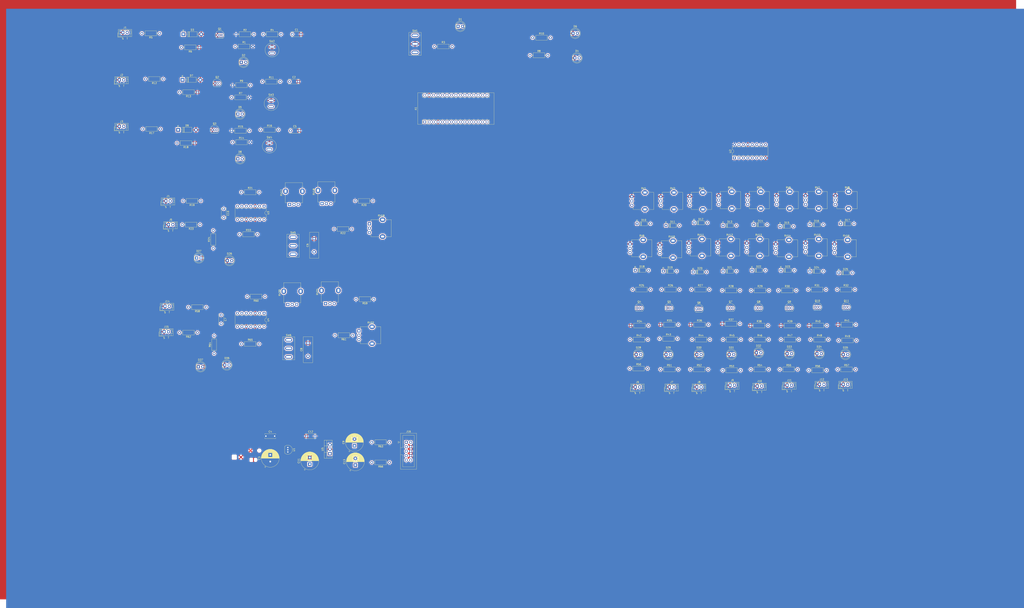
<source format=kicad_pcb>
(kicad_pcb (version 20171130) (host pcbnew "(5.1.8)-1")
  (layers (0 F.Cu signal) (31 B.Cu signal) (34 B.Paste user) (35 F.Paste user) (36 B.SilkS user) (37 F.SilkS user) (38 B.Mask user) (39 F.Mask user) (44 Edge.Cuts user))
  (net 0 "")
  (net 1 "Net-(A1-Pad1)")
  (net 2 "Net-(A1-Pad17)")
  (net 3 "Net-(A1-Pad2)")
  (net 4 "Net-(A1-Pad18)")
  (net 5 "Net-(A1-Pad3)")
  (net 6 "Net-(A1-Pad19)")
  (net 7 GND)
  (net 8 "Net-(A1-Pad20)")
  (net 9 CLOCK_IN)
  (net 10 "Net-(A1-Pad21)")
  (net 11 FLIP_IN)
  (net 12 "Net-(A1-Pad22)")
  (net 13 RESET_IN)
  (net 14 "Net-(A1-Pad23)")
  (net 15 RANDOM)
  (net 16 "Net-(A1-Pad24)")
  (net 17 INC_LED)
  (net 18 "Net-(A1-Pad25)")
  (net 19 DEC_LED)
  (net 20 "Net-(A1-Pad26)")
  (net 21 SER_DATA)
  (net 22 V_GATE)
  (net 23 EXPANSION_CLOCK)
  (net 24 "Net-(A1-Pad28)")
  (net 25 EXPANSION_LATCH)
  (net 26 "Net-(A1-Pad14)")
  (net 27 "Net-(A1-Pad30)")
  (net 28 "Net-(A1-Pad15)")
  (net 29 "Net-(A1-Pad16)")
  (net 30 -12V)
  (net 31 +12V)
  (net 32 "Net-(C6-Pad1)")
  (net 33 "Net-(D1-Pad1)")
  (net 34 "Net-(D2-Pad2)")
  (net 35 "Net-(D3-Pad1)")
  (net 36 "Net-(D4-Pad2)")
  (net 37 "Net-(D5-Pad2)")
  (net 38 "Net-(D6-Pad2)")
  (net 39 "Net-(D7-Pad1)")
  (net 40 "Net-(D8-Pad2)")
  (net 41 "Net-(D9-Pad1)")
  (net 42 "Net-(D10-Pad2)")
  (net 43 CV_OUT1)
  (net 44 "Net-(D11-Pad2)")
  (net 45 "Net-(D12-Pad2)")
  (net 46 "Net-(D13-Pad2)")
  (net 47 "Net-(D14-Pad2)")
  (net 48 "Net-(D15-Pad2)")
  (net 49 "Net-(D16-Pad2)")
  (net 50 "Net-(D17-Pad2)")
  (net 51 "Net-(D18-Pad2)")
  (net 52 CV_OUT2)
  (net 53 "Net-(D19-Pad2)")
  (net 54 "Net-(D20-Pad2)")
  (net 55 "Net-(D21-Pad2)")
  (net 56 "Net-(D22-Pad2)")
  (net 57 "Net-(D23-Pad2)")
  (net 58 "Net-(D24-Pad2)")
  (net 59 "Net-(D25-Pad2)")
  (net 60 "Net-(D26-Pad2)")
  (net 61 "Net-(D28-Pad2)")
  (net 62 "Net-(D29-Pad2)")
  (net 63 "Net-(D30-Pad2)")
  (net 64 "Net-(D31-Pad2)")
  (net 65 "Net-(D32-Pad2)")
  (net 66 "Net-(D33-Pad2)")
  (net 67 "Net-(D34-Pad2)")
  (net 68 "Net-(D35-Pad2)")
  (net 69 "Net-(D36-Pad2)")
  (net 70 "Net-(J16-Pad1)")
  (net 71 "Net-(Q4-Pad2)")
  (net 72 "Net-(Q4-Pad1)")
  (net 73 "Net-(Q5-Pad1)")
  (net 74 "Net-(Q5-Pad2)")
  (net 75 "Net-(Q6-Pad2)")
  (net 76 "Net-(Q6-Pad1)")
  (net 77 "Net-(Q7-Pad1)")
  (net 78 "Net-(Q7-Pad2)")
  (net 79 "Net-(Q8-Pad2)")
  (net 80 "Net-(Q8-Pad1)")
  (net 81 "Net-(Q9-Pad2)")
  (net 82 "Net-(Q9-Pad1)")
  (net 83 "Net-(Q10-Pad1)")
  (net 84 "Net-(Q10-Pad2)")
  (net 85 "Net-(Q11-Pad2)")
  (net 86 "Net-(Q11-Pad1)")
  (net 87 "Net-(R4-Pad2)")
  (net 88 "Net-(J1-PadT)")
  (net 89 "Net-(R11-Pad2)")
  (net 90 "Net-(J2-PadT)")
  (net 91 "Net-(R16-Pad2)")
  (net 92 "Net-(J3-PadT)")
  (net 93 "Net-(J4-PadT)")
  (net 94 "Net-(R19-Pad1)")
  (net 95 "Net-(R20-Pad2)")
  (net 96 "Net-(R21-Pad1)")
  (net 97 "Net-(R22-Pad1)")
  (net 98 "Net-(R23-Pad1)")
  (net 99 "Net-(J5-PadT)")
  (net 100 "Net-(R25-Pad1)")
  (net 101 "Net-(R26-Pad1)")
  (net 102 "Net-(R27-Pad1)")
  (net 103 "Net-(R28-Pad1)")
  (net 104 "Net-(R29-Pad1)")
  (net 105 "Net-(R30-Pad1)")
  (net 106 "Net-(R31-Pad1)")
  (net 107 "Net-(R32-Pad1)")
  (net 108 "Net-(J6-PadT)")
  (net 109 "Net-(J7-PadT)")
  (net 110 "Net-(J8-PadT)")
  (net 111 "Net-(J9-PadT)")
  (net 112 "Net-(J10-PadT)")
  (net 113 "Net-(J11-PadT)")
  (net 114 "Net-(J12-PadT)")
  (net 115 "Net-(J13-PadT)")
  (net 116 "Net-(J14-PadT)")
  (net 117 "Net-(R58-Pad1)")
  (net 118 "Net-(R59-Pad2)")
  (net 119 "Net-(R60-Pad1)")
  (net 120 "Net-(R61-Pad1)")
  (net 121 "Net-(R62-Pad1)")
  (net 122 "Net-(J15-PadT)")
  (net 123 "Net-(RV17-Pad3)")
  (net 124 "Net-(RV17-Pad1)")
  (net 125 "Net-(RV20-Pad3)")
  (net 126 "Net-(RV20-Pad1)")
  (net 127 EXPANSION_DATA)
  (net 128 "Net-(U3-Pad13)")
  (net 129 "Net-(J16-Pad10)")
  (net 130 +5V)
  (net 131 "Net-(C8-Pad1)")
  (net 132 "Net-(C13-Pad2)")
  (net 133 "Net-(U4-Pad13)")
  (module Package_TO_SOT_THT:TO-92_Inline (layer F.Cu) (at 98 168 270)
    (fp_text reference U1 (at 1.27 -3.56 90) (layer F.SilkS))
    (fp_text value L78L09_TO92)
    (pad 1 thru_hole rect (at 0 0 270) (size 1.05 1.5) (drill 0.75) (layers *.Cu *.Mask) (net 22 V_GATE))
    (pad 3 thru_hole oval (at 2.54 0 270) (size 1.05 1.5) (drill 0.75) (layers *.Cu *.Mask) (net 31 +12V))
    (pad 2 thru_hole oval (at 1.27 0 270) (size 1.05 1.5) (drill 0.75) (layers *.Cu *.Mask) (net 7 GND))
  )
  (module Capacitor_THT:C_Disc_D6.0mm_W2.5mm_P5.00mm (layer F.Cu) (at 85.5 161.5)
    (fp_text reference C4 (at 2.5 -2.5) (layer F.SilkS))
    (fp_text value 100nF)
    (pad 2 thru_hole circle (at 5 0) (size 1.6 1.6) (drill 0.8) (layers *.Cu *.Mask) (net 22 V_GATE))
    (pad 1 thru_hole circle (at 0 0) (size 1.6 1.6) (drill 0.8) (layers *.Cu *.Mask) (net 7 GND))
  )
  (module Capacitor_THT:CP_Radial_D10.0mm_P3.80mm (layer F.Cu) (at 88 176 90)
    (fp_text reference C3 (at 1.9 -6.25 90) (layer F.SilkS))
    (fp_text value 330nF)
    (pad 2 thru_hole circle (at 3.8 0 90) (size 2 2) (drill 1) (layers *.Cu *.Mask) (net 7 GND))
    (pad 1 thru_hole rect (at 0 0 90) (size 2 2) (drill 1) (layers *.Cu *.Mask) (net 31 +12V))
  )
  (module Connector_IDC:IDC-Header_2x05_P2.54mm_Vertical (layer F.Cu) (at 165.5 165)
    (fp_text reference J16 (at 1.27 -6.1) (layer F.SilkS))
    (fp_text value Conn_02x05)
    (pad 10 thru_hole circle (at 2.54 10.16) (size 1.7 1.7) (drill 1) (layers *.Cu *.Mask) (net 129 "Net-(J16-Pad10)"))
    (pad 8 thru_hole circle (at 2.54 7.62) (size 1.7 1.7) (drill 1) (layers *.Cu *.Mask) (net 7 GND))
    (pad 6 thru_hole circle (at 2.54 5.08) (size 1.7 1.7) (drill 1) (layers *.Cu *.Mask) (net 7 GND))
    (pad 4 thru_hole circle (at 2.54 2.54) (size 1.7 1.7) (drill 1) (layers *.Cu *.Mask) (net 7 GND))
    (pad 2 thru_hole circle (at 2.54 0) (size 1.7 1.7) (drill 1) (layers *.Cu *.Mask) (net 70 "Net-(J16-Pad1)"))
    (pad 9 thru_hole circle (at 0 10.16) (size 1.7 1.7) (drill 1) (layers *.Cu *.Mask) (net 129 "Net-(J16-Pad10)"))
    (pad 7 thru_hole circle (at 0 7.62) (size 1.7 1.7) (drill 1) (layers *.Cu *.Mask) (net 132 "Net-(C13-Pad2)"))
    (pad 5 thru_hole circle (at 0 5.08) (size 1.7 1.7) (drill 1) (layers *.Cu *.Mask) (net 132 "Net-(C13-Pad2)"))
    (pad 3 thru_hole circle (at 0 2.54) (size 1.7 1.7) (drill 1) (layers *.Cu *.Mask) (net 132 "Net-(C13-Pad2)"))
    (pad 1 thru_hole roundrect (at 0 0) (size 1.7 1.7) (drill 1) (layers *.Cu *.Mask) (roundrect_rratio 0.147059) (net 70 "Net-(J16-Pad1)"))
  )
  (module TimMJN:Jack_JST_conn_1x02_P2.50mm (layer F.Cu) (at 27.5 102)
    (fp_text reference J15 (at 1.25 -2.8) (layer F.SilkS))
    (fp_text value AudioJack)
    (fp_text user T (at 2.5 3.5) (layer F.SilkS))
    (fp_text user S (at 0 3.5 180) (layer F.SilkS))
    (pad T thru_hole oval (at 2.5 0) (size 1.7 2) (drill 1) (layers *.Cu *.Mask) (net 122 "Net-(J15-PadT)"))
    (pad S thru_hole roundrect (at 0 0) (size 1.7 2) (drill 1) (layers *.Cu *.Mask) (roundrect_rratio 0.147) (net 7 GND))
  )
  (module TimMJN:Jack_JST_conn_1x02_P2.50mm (layer F.Cu) (at 28 87.5)
    (fp_text reference J14 (at 1.25 -2.8) (layer F.SilkS))
    (fp_text value AudioJack)
    (fp_text user T (at 2.5 3.5) (layer F.SilkS))
    (fp_text user S (at 0 3.5 180) (layer F.SilkS))
    (pad T thru_hole oval (at 2.5 0) (size 1.7 2) (drill 1) (layers *.Cu *.Mask) (net 116 "Net-(J14-PadT)"))
    (pad S thru_hole roundrect (at 0 0) (size 1.7 2) (drill 1) (layers *.Cu *.Mask) (roundrect_rratio 0.147) (net 7 GND))
  )
  (module TimMJN:Jack_JST_conn_1x02_P2.50mm (layer F.Cu) (at 414.5 132)
    (fp_text reference J13 (at 1.25 -2.8) (layer F.SilkS))
    (fp_text value AudioJack)
    (fp_text user T (at 2.5 3.5) (layer F.SilkS))
    (fp_text user S (at 0 3.5 180) (layer F.SilkS))
    (pad T thru_hole oval (at 2.5 0) (size 1.7 2) (drill 1) (layers *.Cu *.Mask) (net 115 "Net-(J13-PadT)"))
    (pad S thru_hole roundrect (at 0 0) (size 1.7 2) (drill 1) (layers *.Cu *.Mask) (roundrect_rratio 0.147) (net 7 GND))
  )
  (module TimMJN:Jack_JST_conn_1x02_P2.50mm (layer F.Cu) (at 401 132)
    (fp_text reference J12 (at 1.25 -2.8) (layer F.SilkS))
    (fp_text value AudioJack)
    (fp_text user T (at 2.5 3.5) (layer F.SilkS))
    (fp_text user S (at 0 3.5 180) (layer F.SilkS))
    (pad T thru_hole oval (at 2.5 0) (size 1.7 2) (drill 1) (layers *.Cu *.Mask) (net 114 "Net-(J12-PadT)"))
    (pad S thru_hole roundrect (at 0 0) (size 1.7 2) (drill 1) (layers *.Cu *.Mask) (roundrect_rratio 0.147) (net 7 GND))
  )
  (module TimMJN:Jack_JST_conn_1x02_P2.50mm (layer F.Cu) (at 382.5 132.5)
    (fp_text reference J11 (at 1.25 -2.8) (layer F.SilkS))
    (fp_text value AudioJack)
    (fp_text user T (at 2.5 3.5) (layer F.SilkS))
    (fp_text user S (at 0 3.5 180) (layer F.SilkS))
    (pad T thru_hole oval (at 2.5 0) (size 1.7 2) (drill 1) (layers *.Cu *.Mask) (net 113 "Net-(J11-PadT)"))
    (pad S thru_hole roundrect (at 0 0) (size 1.7 2) (drill 1) (layers *.Cu *.Mask) (roundrect_rratio 0.147) (net 7 GND))
  )
  (module TimMJN:Jack_JST_conn_1x02_P2.50mm (layer F.Cu) (at 365.5 133)
    (fp_text reference J10 (at 1.25 -2.8) (layer F.SilkS))
    (fp_text value AudioJack)
    (fp_text user T (at 2.5 3.5) (layer F.SilkS))
    (fp_text user S (at 0 3.5 180) (layer F.SilkS))
    (pad T thru_hole oval (at 2.5 0) (size 1.7 2) (drill 1) (layers *.Cu *.Mask) (net 112 "Net-(J10-PadT)"))
    (pad S thru_hole roundrect (at 0 0) (size 1.7 2) (drill 1) (layers *.Cu *.Mask) (roundrect_rratio 0.147) (net 7 GND))
  )
  (module TimMJN:Jack_JST_conn_1x02_P2.50mm (layer F.Cu) (at 350 132.5)
    (fp_text reference J9 (at 1.25 -2.8) (layer F.SilkS))
    (fp_text value AudioJack)
    (fp_text user T (at 2.5 3.5) (layer F.SilkS))
    (fp_text user S (at 0 3.5 180) (layer F.SilkS))
    (pad T thru_hole oval (at 2.5 0) (size 1.7 2) (drill 1) (layers *.Cu *.Mask) (net 111 "Net-(J9-PadT)"))
    (pad S thru_hole roundrect (at 0 0) (size 1.7 2) (drill 1) (layers *.Cu *.Mask) (roundrect_rratio 0.147) (net 7 GND))
  )
  (module TimMJN:Jack_JST_conn_1x02_P2.50mm (layer F.Cu) (at 331 133.5)
    (fp_text reference J8 (at 1.25 -2.8) (layer F.SilkS))
    (fp_text value AudioJack)
    (fp_text user T (at 2.5 3.5) (layer F.SilkS))
    (fp_text user S (at 0 3.5 180) (layer F.SilkS))
    (pad T thru_hole oval (at 2.5 0) (size 1.7 2) (drill 1) (layers *.Cu *.Mask) (net 110 "Net-(J8-PadT)"))
    (pad S thru_hole roundrect (at 0 0) (size 1.7 2) (drill 1) (layers *.Cu *.Mask) (roundrect_rratio 0.147) (net 7 GND))
  )
  (module TimMJN:Jack_JST_conn_1x02_P2.50mm (layer F.Cu) (at 315.5 133.5)
    (fp_text reference J7 (at 1.25 -2.8) (layer F.SilkS))
    (fp_text value AudioJack)
    (fp_text user T (at 2.5 3.5) (layer F.SilkS))
    (fp_text user S (at 0 3.5 180) (layer F.SilkS))
    (pad T thru_hole oval (at 2.5 0) (size 1.7 2) (drill 1) (layers *.Cu *.Mask) (net 109 "Net-(J7-PadT)"))
    (pad S thru_hole roundrect (at 0 0) (size 1.7 2) (drill 1) (layers *.Cu *.Mask) (roundrect_rratio 0.147) (net 7 GND))
  )
  (module TimMJN:Jack_JST_conn_1x02_P2.50mm (layer F.Cu) (at 296 133.5)
    (fp_text reference J6 (at 1.25 -2.8) (layer F.SilkS))
    (fp_text value AudioJack)
    (fp_text user T (at 2.5 3.5) (layer F.SilkS))
    (fp_text user S (at 0 3.5 180) (layer F.SilkS))
    (pad T thru_hole oval (at 2.5 0) (size 1.7 2) (drill 1) (layers *.Cu *.Mask) (net 108 "Net-(J6-PadT)"))
    (pad S thru_hole roundrect (at 0 0) (size 1.7 2) (drill 1) (layers *.Cu *.Mask) (roundrect_rratio 0.147) (net 7 GND))
  )
  (module TimMJN:Jack_JST_conn_1x02_P2.50mm (layer F.Cu) (at 30 41)
    (fp_text reference J5 (at 1.25 -2.8) (layer F.SilkS))
    (fp_text value AudioJack)
    (fp_text user T (at 2.5 3.5) (layer F.SilkS))
    (fp_text user S (at 0 3.5 180) (layer F.SilkS))
    (pad T thru_hole oval (at 2.5 0) (size 1.7 2) (drill 1) (layers *.Cu *.Mask) (net 99 "Net-(J5-PadT)"))
    (pad S thru_hole roundrect (at 0 0) (size 1.7 2) (drill 1) (layers *.Cu *.Mask) (roundrect_rratio 0.147) (net 7 GND))
  )
  (module TimMJN:Jack_JST_conn_1x02_P2.50mm (layer F.Cu) (at 28.5 27.5)
    (fp_text reference J4 (at 1.25 -2.8) (layer F.SilkS))
    (fp_text value AudioJack)
    (fp_text user T (at 2.5 3.5) (layer F.SilkS))
    (fp_text user S (at 0 3.5 180) (layer F.SilkS))
    (pad T thru_hole oval (at 2.5 0) (size 1.7 2) (drill 1) (layers *.Cu *.Mask) (net 93 "Net-(J4-PadT)"))
    (pad S thru_hole roundrect (at 0 0) (size 1.7 2) (drill 1) (layers *.Cu *.Mask) (roundrect_rratio 0.147) (net 7 GND))
  )
  (module TimMJN:Jack_JST_conn_1x02_P2.50mm (layer F.Cu) (at 2 -15)
    (fp_text reference J3 (at 1.25 -2.8) (layer F.SilkS))
    (fp_text value AudioJack)
    (fp_text user T (at 2.5 3.5) (layer F.SilkS))
    (fp_text user S (at 0 3.5 180) (layer F.SilkS))
    (pad T thru_hole oval (at 2.5 0) (size 1.7 2) (drill 1) (layers *.Cu *.Mask) (net 92 "Net-(J3-PadT)"))
    (pad S thru_hole roundrect (at 0 0) (size 1.7 2) (drill 1) (layers *.Cu *.Mask) (roundrect_rratio 0.147) (net 7 GND))
  )
  (module TimMJN:Jack_JST_conn_1x02_P2.50mm (layer F.Cu) (at 2 -41.5)
    (fp_text reference J2 (at 1.25 -2.8) (layer F.SilkS))
    (fp_text value AudioJack)
    (fp_text user T (at 2.5 3.5) (layer F.SilkS))
    (fp_text user S (at 0 3.5 180) (layer F.SilkS))
    (pad T thru_hole oval (at 2.5 0) (size 1.7 2) (drill 1) (layers *.Cu *.Mask) (net 90 "Net-(J2-PadT)"))
    (pad S thru_hole roundrect (at 0 0) (size 1.7 2) (drill 1) (layers *.Cu *.Mask) (roundrect_rratio 0.147) (net 7 GND))
  )
  (module TimMJN:Jack_JST_conn_1x02_P2.50mm (layer F.Cu) (at 4 -68.5)
    (fp_text reference J1 (at 1.25 -2.8) (layer F.SilkS))
    (fp_text value AudioJack)
    (fp_text user T (at 2.5 3.5) (layer F.SilkS))
    (fp_text user S (at 0 3.5 180) (layer F.SilkS))
    (pad T thru_hole oval (at 2.5 0) (size 1.7 2) (drill 1) (layers *.Cu *.Mask) (net 88 "Net-(J1-PadT)"))
    (pad S thru_hole roundrect (at 0 0) (size 1.7 2) (drill 1) (layers *.Cu *.Mask) (roundrect_rratio 0.147) (net 7 GND))
  )
  (module Module:Arduino_Nano (layer F.Cu) (at 176 -17.5 90)
    (fp_text reference A1 (at 7.62 -5.08 90) (layer F.SilkS))
    (fp_text value Arduino_Nano)
    (pad 1 thru_hole rect (at 0 0 90) (size 1.6 1.6) (drill 1) (layers *.Cu *.Mask) (net 1 "Net-(A1-Pad1)"))
    (pad 17 thru_hole oval (at 15.24 33.02 90) (size 1.6 1.6) (drill 1) (layers *.Cu *.Mask) (net 2 "Net-(A1-Pad17)"))
    (pad 2 thru_hole oval (at 0 2.54 90) (size 1.6 1.6) (drill 1) (layers *.Cu *.Mask) (net 3 "Net-(A1-Pad2)"))
    (pad 18 thru_hole oval (at 15.24 30.48 90) (size 1.6 1.6) (drill 1) (layers *.Cu *.Mask) (net 4 "Net-(A1-Pad18)"))
    (pad 3 thru_hole oval (at 0 5.08 90) (size 1.6 1.6) (drill 1) (layers *.Cu *.Mask) (net 5 "Net-(A1-Pad3)"))
    (pad 19 thru_hole oval (at 15.24 27.94 90) (size 1.6 1.6) (drill 1) (layers *.Cu *.Mask) (net 6 "Net-(A1-Pad19)"))
    (pad 4 thru_hole oval (at 0 7.62 90) (size 1.6 1.6) (drill 1) (layers *.Cu *.Mask) (net 7 GND))
    (pad 20 thru_hole oval (at 15.24 25.4 90) (size 1.6 1.6) (drill 1) (layers *.Cu *.Mask) (net 8 "Net-(A1-Pad20)"))
    (pad 5 thru_hole oval (at 0 10.16 90) (size 1.6 1.6) (drill 1) (layers *.Cu *.Mask) (net 9 CLOCK_IN))
    (pad 21 thru_hole oval (at 15.24 22.86 90) (size 1.6 1.6) (drill 1) (layers *.Cu *.Mask) (net 10 "Net-(A1-Pad21)"))
    (pad 6 thru_hole oval (at 0 12.7 90) (size 1.6 1.6) (drill 1) (layers *.Cu *.Mask) (net 11 FLIP_IN))
    (pad 22 thru_hole oval (at 15.24 20.32 90) (size 1.6 1.6) (drill 1) (layers *.Cu *.Mask) (net 12 "Net-(A1-Pad22)"))
    (pad 7 thru_hole oval (at 0 15.24 90) (size 1.6 1.6) (drill 1) (layers *.Cu *.Mask) (net 13 RESET_IN))
    (pad 23 thru_hole oval (at 15.24 17.78 90) (size 1.6 1.6) (drill 1) (layers *.Cu *.Mask) (net 14 "Net-(A1-Pad23)"))
    (pad 8 thru_hole oval (at 0 17.78 90) (size 1.6 1.6) (drill 1) (layers *.Cu *.Mask) (net 15 RANDOM))
    (pad 24 thru_hole oval (at 15.24 15.24 90) (size 1.6 1.6) (drill 1) (layers *.Cu *.Mask) (net 16 "Net-(A1-Pad24)"))
    (pad 9 thru_hole oval (at 0 20.32 90) (size 1.6 1.6) (drill 1) (layers *.Cu *.Mask) (net 17 INC_LED))
    (pad 25 thru_hole oval (at 15.24 12.7 90) (size 1.6 1.6) (drill 1) (layers *.Cu *.Mask) (net 18 "Net-(A1-Pad25)"))
    (pad 10 thru_hole oval (at 0 22.86 90) (size 1.6 1.6) (drill 1) (layers *.Cu *.Mask) (net 19 DEC_LED))
    (pad 26 thru_hole oval (at 15.24 10.16 90) (size 1.6 1.6) (drill 1) (layers *.Cu *.Mask) (net 20 "Net-(A1-Pad26)"))
    (pad 11 thru_hole oval (at 0 25.4 90) (size 1.6 1.6) (drill 1) (layers *.Cu *.Mask) (net 21 SER_DATA))
    (pad 27 thru_hole oval (at 15.24 7.62 90) (size 1.6 1.6) (drill 1) (layers *.Cu *.Mask) (net 130 +5V))
    (pad 12 thru_hole oval (at 0 27.94 90) (size 1.6 1.6) (drill 1) (layers *.Cu *.Mask) (net 23 EXPANSION_CLOCK))
    (pad 28 thru_hole oval (at 15.24 5.08 90) (size 1.6 1.6) (drill 1) (layers *.Cu *.Mask) (net 24 "Net-(A1-Pad28)"))
    (pad 13 thru_hole oval (at 0 30.48 90) (size 1.6 1.6) (drill 1) (layers *.Cu *.Mask) (net 25 EXPANSION_LATCH))
    (pad 29 thru_hole oval (at 15.24 2.54 90) (size 1.6 1.6) (drill 1) (layers *.Cu *.Mask) (net 7 GND))
    (pad 14 thru_hole oval (at 0 33.02 90) (size 1.6 1.6) (drill 1) (layers *.Cu *.Mask) (net 26 "Net-(A1-Pad14)"))
    (pad 30 thru_hole oval (at 15.24 0 90) (size 1.6 1.6) (drill 1) (layers *.Cu *.Mask) (net 27 "Net-(A1-Pad30)"))
    (pad 15 thru_hole oval (at 0 35.56 90) (size 1.6 1.6) (drill 1) (layers *.Cu *.Mask) (net 28 "Net-(A1-Pad15)"))
    (pad 16 thru_hole oval (at 15.24 35.56 90) (size 1.6 1.6) (drill 1) (layers *.Cu *.Mask) (net 29 "Net-(A1-Pad16)"))
  )
  (module Capacitor_THT:C_Disc_D6.0mm_W2.5mm_P5.00mm (layer F.Cu) (at 100.5 -67.5)
    (fp_text reference C1 (at 2.5 -2.5) (layer F.SilkS))
    (fp_text value 100nF)
    (pad 1 thru_hole circle (at 0 0) (size 1.6 1.6) (drill 0.8) (layers *.Cu *.Mask) (net 9 CLOCK_IN))
    (pad 2 thru_hole circle (at 5 0) (size 1.6 1.6) (drill 0.8) (layers *.Cu *.Mask) (net 7 GND))
  )
  (module Capacitor_THT:C_Disc_D6.0mm_W2.5mm_P5.00mm (layer F.Cu) (at 99 -40.5)
    (fp_text reference C2 (at 2.5 -2.5) (layer F.SilkS))
    (fp_text value 100nF)
    (pad 2 thru_hole circle (at 5 0) (size 1.6 1.6) (drill 0.8) (layers *.Cu *.Mask) (net 7 GND))
    (pad 1 thru_hole circle (at 0 0) (size 1.6 1.6) (drill 0.8) (layers *.Cu *.Mask) (net 13 RESET_IN))
  )
  (module Capacitor_THT:C_Disc_D6.0mm_W2.5mm_P5.00mm (layer F.Cu) (at 99.5 -12.5)
    (fp_text reference C5 (at 2.5 -2.5) (layer F.SilkS))
    (fp_text value 100nF)
    (pad 2 thru_hole circle (at 5 0) (size 1.6 1.6) (drill 0.8) (layers *.Cu *.Mask) (net 7 GND))
    (pad 1 thru_hole circle (at 0 0) (size 1.6 1.6) (drill 0.8) (layers *.Cu *.Mask) (net 11 FLIP_IN))
  )
  (module Capacitor_THT:C_Disc_D14.5mm_W5.0mm_P7.50mm (layer F.Cu) (at 113 56.5 90)
    (fp_text reference C6 (at 3.75 -3.75 90) (layer F.SilkS))
    (fp_text value 470nF)
    (pad 1 thru_hole circle (at 0 0 90) (size 2 2) (drill 1) (layers *.Cu *.Mask) (net 32 "Net-(C6-Pad1)"))
    (pad 2 thru_hole circle (at 7.5 0 90) (size 2 2) (drill 1) (layers *.Cu *.Mask) (net 7 GND))
  )
  (module Capacitor_THT:C_Disc_D6.0mm_W2.5mm_P5.00mm (layer F.Cu) (at 60 92.5 270)
    (fp_text reference C7 (at 2.5 -2.5 90) (layer F.SilkS))
    (fp_text value 100nF)
    (pad 2 thru_hole circle (at 5 0 270) (size 1.6 1.6) (drill 0.8) (layers *.Cu *.Mask) (net 30 -12V))
    (pad 1 thru_hole circle (at 0 0 270) (size 1.6 1.6) (drill 0.8) (layers *.Cu *.Mask) (net 31 +12V))
  )
  (module Capacitor_THT:C_Disc_D14.5mm_W5.0mm_P7.50mm (layer F.Cu) (at 109.5 116 90)
    (fp_text reference C8 (at 3.75 -3.75 90) (layer F.SilkS))
    (fp_text value 470nF)
    (pad 2 thru_hole circle (at 7.5 0 90) (size 2 2) (drill 1) (layers *.Cu *.Mask) (net 7 GND))
    (pad 1 thru_hole circle (at 0 0 90) (size 2 2) (drill 1) (layers *.Cu *.Mask) (net 131 "Net-(C8-Pad1)"))
  )
  (module Capacitor_THT:CP_Radial_D10.0mm_P3.80mm (layer F.Cu) (at 136 167 90)
    (fp_text reference C9 (at 1.9 -6.25 90) (layer F.SilkS))
    (fp_text value 10uF)
    (pad 1 thru_hole rect (at 0 0 90) (size 2 2) (drill 1) (layers *.Cu *.Mask) (net 132 "Net-(C13-Pad2)"))
    (pad 2 thru_hole circle (at 3.8 0 90) (size 2 2) (drill 1) (layers *.Cu *.Mask) (net 30 -12V))
  )
  (module Capacitor_THT:C_Disc_D6.0mm_W2.5mm_P5.00mm (layer F.Cu) (at 61.5 32 270)
    (fp_text reference C10 (at 2.5 -2.5 90) (layer F.SilkS))
    (fp_text value 100nF)
    (pad 1 thru_hole circle (at 0 0 270) (size 1.6 1.6) (drill 0.8) (layers *.Cu *.Mask) (net 31 +12V))
    (pad 2 thru_hole circle (at 5 0 270) (size 1.6 1.6) (drill 0.8) (layers *.Cu *.Mask) (net 30 -12V))
  )
  (module Capacitor_THT:CP_Radial_D10.0mm_P3.80mm (layer F.Cu) (at 110.5 177.5 90)
    (fp_text reference C11 (at 1.9 -6.25 90) (layer F.SilkS))
    (fp_text value 330nF)
    (pad 1 thru_hole rect (at 0 0 90) (size 2 2) (drill 1) (layers *.Cu *.Mask) (net 31 +12V))
    (pad 2 thru_hole circle (at 3.8 0 90) (size 2 2) (drill 1) (layers *.Cu *.Mask) (net 7 GND))
  )
  (module Capacitor_THT:C_Disc_D6.0mm_W2.5mm_P5.00mm (layer F.Cu) (at 108.5 161.5)
    (fp_text reference C12 (at 2.5 -2.5) (layer F.SilkS))
    (fp_text value 100nF)
    (pad 1 thru_hole circle (at 0 0) (size 1.6 1.6) (drill 0.8) (layers *.Cu *.Mask) (net 7 GND))
    (pad 2 thru_hole circle (at 5 0) (size 1.6 1.6) (drill 0.8) (layers *.Cu *.Mask) (net 130 +5V))
  )
  (module Capacitor_THT:CP_Radial_D10.0mm_P3.80mm (layer F.Cu) (at 136.5 178 90)
    (fp_text reference C13 (at 1.9 -6.25 90) (layer F.SilkS))
    (fp_text value 10uF)
    (pad 2 thru_hole circle (at 3.8 0 90) (size 2 2) (drill 1) (layers *.Cu *.Mask) (net 132 "Net-(C13-Pad2)"))
    (pad 1 thru_hole rect (at 0 0 90) (size 2 2) (drill 1) (layers *.Cu *.Mask) (net 31 +12V))
  )
  (module LED_THT:LED_D5.0mm (layer F.Cu) (at 195 -72)
    (fp_text reference D1 (at 1.27 -3.96) (layer F.SilkS))
    (fp_text value LED)
    (pad 1 thru_hole rect (at 0 0) (size 1.8 1.8) (drill 0.9) (layers *.Cu *.Mask) (net 33 "Net-(D1-Pad1)"))
    (pad 2 thru_hole circle (at 2.54 0) (size 1.8 1.8) (drill 0.9) (layers *.Cu *.Mask) (net 130 +5V))
  )
  (module LED_THT:LED_D5.0mm (layer F.Cu) (at 71.5 -51.5)
    (fp_text reference D2 (at 1.27 -3.96) (layer F.SilkS))
    (fp_text value LED)
    (pad 2 thru_hole circle (at 2.54 0) (size 1.8 1.8) (drill 0.9) (layers *.Cu *.Mask) (net 34 "Net-(D2-Pad2)"))
    (pad 1 thru_hole rect (at 0 0) (size 1.8 1.8) (drill 0.9) (layers *.Cu *.Mask) (net 9 CLOCK_IN))
  )
  (module Diode_THT:D_DO-41_SOD81_P10.16mm_Horizontal (layer F.Cu) (at 38.5 -67.5)
    (fp_text reference D3 (at 5.08 -2.47) (layer F.SilkS))
    (fp_text value 1N5817)
    (fp_text user K (at 0 -2.1) (layer F.SilkS))
    (pad 1 thru_hole rect (at 0 0) (size 2.2 2.2) (drill 1.1) (layers *.Cu *.Mask) (net 35 "Net-(D3-Pad1)"))
    (pad 2 thru_hole oval (at 10.16 0) (size 2.2 2.2) (drill 1.1) (layers *.Cu *.Mask) (net 7 GND))
  )
  (module LED_THT:LED_D5.0mm (layer F.Cu) (at 261.5 -54)
    (fp_text reference D4 (at 1.27 -3.96) (layer F.SilkS))
    (fp_text value LED)
    (pad 1 thru_hole rect (at 0 0) (size 1.8 1.8) (drill 0.9) (layers *.Cu *.Mask) (net 7 GND))
    (pad 2 thru_hole circle (at 2.54 0) (size 1.8 1.8) (drill 0.9) (layers *.Cu *.Mask) (net 36 "Net-(D4-Pad2)"))
  )
  (module LED_THT:LED_D5.0mm (layer F.Cu) (at 69.5 -22)
    (fp_text reference D5 (at 1.27 -3.96) (layer F.SilkS))
    (fp_text value LED)
    (pad 1 thru_hole rect (at 0 0) (size 1.8 1.8) (drill 0.9) (layers *.Cu *.Mask) (net 13 RESET_IN))
    (pad 2 thru_hole circle (at 2.54 0) (size 1.8 1.8) (drill 0.9) (layers *.Cu *.Mask) (net 37 "Net-(D5-Pad2)"))
  )
  (module LED_THT:LED_D5.0mm (layer F.Cu) (at 260.5 -68)
    (fp_text reference D6 (at 1.27 -3.96) (layer F.SilkS))
    (fp_text value LED)
    (pad 1 thru_hole rect (at 0 0) (size 1.8 1.8) (drill 0.9) (layers *.Cu *.Mask) (net 7 GND))
    (pad 2 thru_hole circle (at 2.54 0) (size 1.8 1.8) (drill 0.9) (layers *.Cu *.Mask) (net 38 "Net-(D6-Pad2)"))
  )
  (module Diode_THT:D_DO-41_SOD81_P10.16mm_Horizontal (layer F.Cu) (at 38 -41.5)
    (fp_text reference D7 (at 5.08 -2.47) (layer F.SilkS))
    (fp_text value 1N5817)
    (fp_text user K (at 0 -2.1) (layer F.SilkS))
    (pad 2 thru_hole oval (at 10.16 0) (size 2.2 2.2) (drill 1.1) (layers *.Cu *.Mask) (net 7 GND))
    (pad 1 thru_hole rect (at 0 0) (size 2.2 2.2) (drill 1.1) (layers *.Cu *.Mask) (net 39 "Net-(D7-Pad1)"))
  )
  (module LED_THT:LED_D5.0mm (layer F.Cu) (at 69.5 3.5)
    (fp_text reference D8 (at 1.27 -3.96) (layer F.SilkS))
    (fp_text value LED)
    (pad 2 thru_hole circle (at 2.54 0) (size 1.8 1.8) (drill 0.9) (layers *.Cu *.Mask) (net 40 "Net-(D8-Pad2)"))
    (pad 1 thru_hole rect (at 0 0) (size 1.8 1.8) (drill 0.9) (layers *.Cu *.Mask) (net 11 FLIP_IN))
  )
  (module Diode_THT:D_DO-41_SOD81_P10.16mm_Horizontal (layer F.Cu) (at 35.5 -13)
    (fp_text reference D9 (at 5.08 -2.47) (layer F.SilkS))
    (fp_text value 1N5817)
    (fp_text user K (at 0 -2.1) (layer F.SilkS))
    (pad 1 thru_hole rect (at 0 0) (size 2.2 2.2) (drill 1.1) (layers *.Cu *.Mask) (net 41 "Net-(D9-Pad1)"))
    (pad 2 thru_hole oval (at 10.16 0) (size 2.2 2.2) (drill 1.1) (layers *.Cu *.Mask) (net 7 GND))
  )
  (module Diode_THT:D_DO-35_SOD27_P7.62mm_Horizontal (layer F.Cu) (at 297 40.5)
    (fp_text reference D10 (at 3.81 -2.12) (layer F.SilkS))
    (fp_text value 1N4148)
    (fp_text user K (at 0 -1.8) (layer F.SilkS))
    (pad 2 thru_hole oval (at 7.62 0) (size 1.6 1.6) (drill 0.8) (layers *.Cu *.Mask) (net 42 "Net-(D10-Pad2)"))
    (pad 1 thru_hole rect (at 0 0) (size 1.6 1.6) (drill 0.8) (layers *.Cu *.Mask) (net 43 CV_OUT1))
  )
  (module Diode_THT:D_DO-35_SOD27_P7.62mm_Horizontal (layer F.Cu) (at 313.5 41.5)
    (fp_text reference D11 (at 3.81 -2.12) (layer F.SilkS))
    (fp_text value 1N4148)
    (fp_text user K (at 0 -1.8) (layer F.SilkS))
    (pad 2 thru_hole oval (at 7.62 0) (size 1.6 1.6) (drill 0.8) (layers *.Cu *.Mask) (net 44 "Net-(D11-Pad2)"))
    (pad 1 thru_hole rect (at 0 0) (size 1.6 1.6) (drill 0.8) (layers *.Cu *.Mask) (net 43 CV_OUT1))
  )
  (module Diode_THT:D_DO-35_SOD27_P7.62mm_Horizontal (layer F.Cu) (at 329.5 40)
    (fp_text reference D12 (at 3.81 -2.12) (layer F.SilkS))
    (fp_text value 1N4148)
    (fp_text user K (at 0 -1.8) (layer F.SilkS))
    (pad 1 thru_hole rect (at 0 0) (size 1.6 1.6) (drill 0.8) (layers *.Cu *.Mask) (net 43 CV_OUT1))
    (pad 2 thru_hole oval (at 7.62 0) (size 1.6 1.6) (drill 0.8) (layers *.Cu *.Mask) (net 45 "Net-(D12-Pad2)"))
  )
  (module Diode_THT:D_DO-35_SOD27_P7.62mm_Horizontal (layer F.Cu) (at 346 41.5)
    (fp_text reference D13 (at 3.81 -2.12) (layer F.SilkS))
    (fp_text value 1N4148)
    (fp_text user K (at 0 -1.8) (layer F.SilkS))
    (pad 2 thru_hole oval (at 7.62 0) (size 1.6 1.6) (drill 0.8) (layers *.Cu *.Mask) (net 46 "Net-(D13-Pad2)"))
    (pad 1 thru_hole rect (at 0 0) (size 1.6 1.6) (drill 0.8) (layers *.Cu *.Mask) (net 43 CV_OUT1))
  )
  (module Diode_THT:D_DO-35_SOD27_P7.62mm_Horizontal (layer F.Cu) (at 363.5 41)
    (fp_text reference D14 (at 3.81 -2.12) (layer F.SilkS))
    (fp_text value 1N4148)
    (fp_text user K (at 0 -1.8) (layer F.SilkS))
    (pad 1 thru_hole rect (at 0 0) (size 1.6 1.6) (drill 0.8) (layers *.Cu *.Mask) (net 43 CV_OUT1))
    (pad 2 thru_hole oval (at 7.62 0) (size 1.6 1.6) (drill 0.8) (layers *.Cu *.Mask) (net 47 "Net-(D14-Pad2)"))
  )
  (module Diode_THT:D_DO-35_SOD27_P7.62mm_Horizontal (layer F.Cu) (at 378.5 42)
    (fp_text reference D15 (at 3.81 -2.12) (layer F.SilkS))
    (fp_text value 1N4148)
    (fp_text user K (at 0 -1.8) (layer F.SilkS))
    (pad 2 thru_hole oval (at 7.62 0) (size 1.6 1.6) (drill 0.8) (layers *.Cu *.Mask) (net 48 "Net-(D15-Pad2)"))
    (pad 1 thru_hole rect (at 0 0) (size 1.6 1.6) (drill 0.8) (layers *.Cu *.Mask) (net 43 CV_OUT1))
  )
  (module Diode_THT:D_DO-35_SOD27_P7.62mm_Horizontal (layer F.Cu) (at 395.5 41)
    (fp_text reference D16 (at 3.81 -2.12) (layer F.SilkS))
    (fp_text value 1N4148)
    (fp_text user K (at 0 -1.8) (layer F.SilkS))
    (pad 1 thru_hole rect (at 0 0) (size 1.6 1.6) (drill 0.8) (layers *.Cu *.Mask) (net 43 CV_OUT1))
    (pad 2 thru_hole oval (at 7.62 0) (size 1.6 1.6) (drill 0.8) (layers *.Cu *.Mask) (net 49 "Net-(D16-Pad2)"))
  )
  (module Diode_THT:D_DO-35_SOD27_P7.62mm_Horizontal (layer F.Cu) (at 413 40.5)
    (fp_text reference D17 (at 3.81 -2.12) (layer F.SilkS))
    (fp_text value 1N4148)
    (fp_text user K (at 0 -1.8) (layer F.SilkS))
    (pad 1 thru_hole rect (at 0 0) (size 1.6 1.6) (drill 0.8) (layers *.Cu *.Mask) (net 43 CV_OUT1))
    (pad 2 thru_hole oval (at 7.62 0) (size 1.6 1.6) (drill 0.8) (layers *.Cu *.Mask) (net 50 "Net-(D17-Pad2)"))
  )
  (module Diode_THT:D_DO-35_SOD27_P7.62mm_Horizontal (layer F.Cu) (at 296 67)
    (fp_text reference D18 (at 3.81 -2.12) (layer F.SilkS))
    (fp_text value 1N4148)
    (fp_text user K (at 0 -1.8) (layer F.SilkS))
    (pad 2 thru_hole oval (at 7.62 0) (size 1.6 1.6) (drill 0.8) (layers *.Cu *.Mask) (net 51 "Net-(D18-Pad2)"))
    (pad 1 thru_hole rect (at 0 0) (size 1.6 1.6) (drill 0.8) (layers *.Cu *.Mask) (net 52 CV_OUT2))
  )
  (module Diode_THT:D_DO-35_SOD27_P7.62mm_Horizontal (layer F.Cu) (at 312 67.5)
    (fp_text reference D19 (at 3.81 -2.12) (layer F.SilkS))
    (fp_text value 1N4148)
    (fp_text user K (at 0 -1.8) (layer F.SilkS))
    (pad 1 thru_hole rect (at 0 0) (size 1.6 1.6) (drill 0.8) (layers *.Cu *.Mask) (net 52 CV_OUT2))
    (pad 2 thru_hole oval (at 7.62 0) (size 1.6 1.6) (drill 0.8) (layers *.Cu *.Mask) (net 53 "Net-(D19-Pad2)"))
  )
  (module Diode_THT:D_DO-35_SOD27_P7.62mm_Horizontal (layer F.Cu) (at 329 68)
    (fp_text reference D20 (at 3.81 -2.12) (layer F.SilkS))
    (fp_text value 1N4148)
    (fp_text user K (at 0 -1.8) (layer F.SilkS))
    (pad 2 thru_hole oval (at 7.62 0) (size 1.6 1.6) (drill 0.8) (layers *.Cu *.Mask) (net 54 "Net-(D20-Pad2)"))
    (pad 1 thru_hole rect (at 0 0) (size 1.6 1.6) (drill 0.8) (layers *.Cu *.Mask) (net 52 CV_OUT2))
  )
  (module Diode_THT:D_DO-35_SOD27_P7.62mm_Horizontal (layer F.Cu) (at 346 67.5)
    (fp_text reference D21 (at 3.81 -2.12) (layer F.SilkS))
    (fp_text value 1N4148)
    (fp_text user K (at 0 -1.8) (layer F.SilkS))
    (pad 1 thru_hole rect (at 0 0) (size 1.6 1.6) (drill 0.8) (layers *.Cu *.Mask) (net 52 CV_OUT2))
    (pad 2 thru_hole oval (at 7.62 0) (size 1.6 1.6) (drill 0.8) (layers *.Cu *.Mask) (net 55 "Net-(D21-Pad2)"))
  )
  (module Diode_THT:D_DO-35_SOD27_P7.62mm_Horizontal (layer F.Cu) (at 362.5 67)
    (fp_text reference D22 (at 3.81 -2.12) (layer F.SilkS))
    (fp_text value 1N4148)
    (fp_text user K (at 0 -1.8) (layer F.SilkS))
    (pad 2 thru_hole oval (at 7.62 0) (size 1.6 1.6) (drill 0.8) (layers *.Cu *.Mask) (net 56 "Net-(D22-Pad2)"))
    (pad 1 thru_hole rect (at 0 0) (size 1.6 1.6) (drill 0.8) (layers *.Cu *.Mask) (net 52 CV_OUT2))
  )
  (module Diode_THT:D_DO-35_SOD27_P7.62mm_Horizontal (layer F.Cu) (at 379 67)
    (fp_text reference D23 (at 3.81 -2.12) (layer F.SilkS))
    (fp_text value 1N4148)
    (fp_text user K (at 0 -1.8) (layer F.SilkS))
    (pad 1 thru_hole rect (at 0 0) (size 1.6 1.6) (drill 0.8) (layers *.Cu *.Mask) (net 52 CV_OUT2))
    (pad 2 thru_hole oval (at 7.62 0) (size 1.6 1.6) (drill 0.8) (layers *.Cu *.Mask) (net 57 "Net-(D23-Pad2)"))
  )
  (module Diode_THT:D_DO-35_SOD27_P7.62mm_Horizontal (layer F.Cu) (at 395.5 67.5)
    (fp_text reference D24 (at 3.81 -2.12) (layer F.SilkS))
    (fp_text value 1N4148)
    (fp_text user K (at 0 -1.8) (layer F.SilkS))
    (pad 2 thru_hole oval (at 7.62 0) (size 1.6 1.6) (drill 0.8) (layers *.Cu *.Mask) (net 58 "Net-(D24-Pad2)"))
    (pad 1 thru_hole rect (at 0 0) (size 1.6 1.6) (drill 0.8) (layers *.Cu *.Mask) (net 52 CV_OUT2))
  )
  (module Diode_THT:D_DO-35_SOD27_P7.62mm_Horizontal (layer F.Cu) (at 412 68.5)
    (fp_text reference D25 (at 3.81 -2.12) (layer F.SilkS))
    (fp_text value 1N4148)
    (fp_text user K (at 0 -1.8) (layer F.SilkS))
    (pad 1 thru_hole rect (at 0 0) (size 1.6 1.6) (drill 0.8) (layers *.Cu *.Mask) (net 52 CV_OUT2))
    (pad 2 thru_hole oval (at 7.62 0) (size 1.6 1.6) (drill 0.8) (layers *.Cu *.Mask) (net 59 "Net-(D25-Pad2)"))
  )
  (module LED_THT:LED_D5.0mm (layer F.Cu) (at 63.5 61.5)
    (fp_text reference D26 (at 1.27 -3.96) (layer F.SilkS))
    (fp_text value LED)
    (pad 2 thru_hole circle (at 2.54 0) (size 1.8 1.8) (drill 0.9) (layers *.Cu *.Mask) (net 60 "Net-(D26-Pad2)"))
    (pad 1 thru_hole rect (at 0 0) (size 1.8 1.8) (drill 0.9) (layers *.Cu *.Mask) (net 7 GND))
  )
  (module LED_THT:LED_D5.0mm (layer F.Cu) (at 46 60)
    (fp_text reference D27 (at 1.27 -3.96) (layer F.SilkS))
    (fp_text value LED)
    (pad 2 thru_hole circle (at 2.54 0) (size 1.8 1.8) (drill 0.9) (layers *.Cu *.Mask) (net 7 GND))
    (pad 1 thru_hole rect (at 0 0) (size 1.8 1.8) (drill 0.9) (layers *.Cu *.Mask) (net 60 "Net-(D26-Pad2)"))
  )
  (module LED_THT:LED_D5.0mm (layer F.Cu) (at 296.5 115)
    (fp_text reference D28 (at 1.27 -3.96) (layer F.SilkS))
    (fp_text value LED)
    (pad 2 thru_hole circle (at 2.54 0) (size 1.8 1.8) (drill 0.9) (layers *.Cu *.Mask) (net 61 "Net-(D28-Pad2)"))
    (pad 1 thru_hole rect (at 0 0) (size 1.8 1.8) (drill 0.9) (layers *.Cu *.Mask) (net 7 GND))
  )
  (module LED_THT:LED_D5.0mm (layer F.Cu) (at 313.5 115)
    (fp_text reference D29 (at 1.27 -3.96) (layer F.SilkS))
    (fp_text value LED)
    (pad 2 thru_hole circle (at 2.54 0) (size 1.8 1.8) (drill 0.9) (layers *.Cu *.Mask) (net 62 "Net-(D29-Pad2)"))
    (pad 1 thru_hole rect (at 0 0) (size 1.8 1.8) (drill 0.9) (layers *.Cu *.Mask) (net 7 GND))
  )
  (module LED_THT:LED_D5.0mm (layer F.Cu) (at 331 115)
    (fp_text reference D30 (at 1.27 -3.96) (layer F.SilkS))
    (fp_text value LED)
    (pad 1 thru_hole rect (at 0 0) (size 1.8 1.8) (drill 0.9) (layers *.Cu *.Mask) (net 7 GND))
    (pad 2 thru_hole circle (at 2.54 0) (size 1.8 1.8) (drill 0.9) (layers *.Cu *.Mask) (net 63 "Net-(D30-Pad2)"))
  )
  (module LED_THT:LED_D5.0mm (layer F.Cu) (at 349.5 115)
    (fp_text reference D31 (at 1.27 -3.96) (layer F.SilkS))
    (fp_text value LED)
    (pad 1 thru_hole rect (at 0 0) (size 1.8 1.8) (drill 0.9) (layers *.Cu *.Mask) (net 7 GND))
    (pad 2 thru_hole circle (at 2.54 0) (size 1.8 1.8) (drill 0.9) (layers *.Cu *.Mask) (net 64 "Net-(D31-Pad2)"))
  )
  (module LED_THT:LED_D5.0mm (layer F.Cu) (at 365 114)
    (fp_text reference D32 (at 1.27 -3.96) (layer F.SilkS))
    (fp_text value LED)
    (pad 2 thru_hole circle (at 2.54 0) (size 1.8 1.8) (drill 0.9) (layers *.Cu *.Mask) (net 65 "Net-(D32-Pad2)"))
    (pad 1 thru_hole rect (at 0 0) (size 1.8 1.8) (drill 0.9) (layers *.Cu *.Mask) (net 7 GND))
  )
  (module LED_THT:LED_D5.0mm (layer F.Cu) (at 382.5 114.5)
    (fp_text reference D33 (at 1.27 -3.96) (layer F.SilkS))
    (fp_text value LED)
    (pad 2 thru_hole circle (at 2.54 0) (size 1.8 1.8) (drill 0.9) (layers *.Cu *.Mask) (net 66 "Net-(D33-Pad2)"))
    (pad 1 thru_hole rect (at 0 0) (size 1.8 1.8) (drill 0.9) (layers *.Cu *.Mask) (net 7 GND))
  )
  (module LED_THT:LED_D5.0mm (layer F.Cu) (at 399.5 114.5)
    (fp_text reference D34 (at 1.27 -3.96) (layer F.SilkS))
    (fp_text value LED)
    (pad 1 thru_hole rect (at 0 0) (size 1.8 1.8) (drill 0.9) (layers *.Cu *.Mask) (net 7 GND))
    (pad 2 thru_hole circle (at 2.54 0) (size 1.8 1.8) (drill 0.9) (layers *.Cu *.Mask) (net 67 "Net-(D34-Pad2)"))
  )
  (module LED_THT:LED_D5.0mm (layer F.Cu) (at 414.5 115)
    (fp_text reference D35 (at 1.27 -3.96) (layer F.SilkS))
    (fp_text value LED)
    (pad 1 thru_hole rect (at 0 0) (size 1.8 1.8) (drill 0.9) (layers *.Cu *.Mask) (net 7 GND))
    (pad 2 thru_hole circle (at 2.54 0) (size 1.8 1.8) (drill 0.9) (layers *.Cu *.Mask) (net 68 "Net-(D35-Pad2)"))
  )
  (module LED_THT:LED_D5.0mm (layer F.Cu) (at 62 121)
    (fp_text reference D36 (at 1.27 -3.96) (layer F.SilkS))
    (fp_text value LED)
    (pad 1 thru_hole rect (at 0 0) (size 1.8 1.8) (drill 0.9) (layers *.Cu *.Mask) (net 7 GND))
    (pad 2 thru_hole circle (at 2.54 0) (size 1.8 1.8) (drill 0.9) (layers *.Cu *.Mask) (net 69 "Net-(D36-Pad2)"))
  )
  (module LED_THT:LED_D5.0mm (layer F.Cu) (at 47 122)
    (fp_text reference D37 (at 1.27 -3.96) (layer F.SilkS))
    (fp_text value LED)
    (pad 2 thru_hole circle (at 2.54 0) (size 1.8 1.8) (drill 0.9) (layers *.Cu *.Mask) (net 7 GND))
    (pad 1 thru_hole rect (at 0 0) (size 1.8 1.8) (drill 0.9) (layers *.Cu *.Mask) (net 69 "Net-(D36-Pad2)"))
  )
  (module Package_TO_SOT_THT:TO-92_Inline (layer F.Cu) (at 58 -67)
    (fp_text reference Q1 (at 1.27 -3.56) (layer F.SilkS))
    (fp_text value 2N3904)
    (pad 1 thru_hole rect (at 0 0) (size 1.05 1.5) (drill 0.75) (layers *.Cu *.Mask) (net 7 GND))
    (pad 3 thru_hole oval (at 2.54 0) (size 1.05 1.5) (drill 0.75) (layers *.Cu *.Mask) (net 9 CLOCK_IN))
    (pad 2 thru_hole oval (at 1.27 0) (size 1.05 1.5) (drill 0.75) (layers *.Cu *.Mask) (net 35 "Net-(D3-Pad1)"))
  )
  (module Package_TO_SOT_THT:TO-92_Inline (layer F.Cu) (at 56.5 -39.5)
    (fp_text reference Q2 (at 1.27 -3.56) (layer F.SilkS))
    (fp_text value 2N3904)
    (pad 2 thru_hole oval (at 1.27 0) (size 1.05 1.5) (drill 0.75) (layers *.Cu *.Mask) (net 39 "Net-(D7-Pad1)"))
    (pad 3 thru_hole oval (at 2.54 0) (size 1.05 1.5) (drill 0.75) (layers *.Cu *.Mask) (net 13 RESET_IN))
    (pad 1 thru_hole rect (at 0 0) (size 1.05 1.5) (drill 0.75) (layers *.Cu *.Mask) (net 7 GND))
  )
  (module Package_TO_SOT_THT:TO-92_Inline (layer F.Cu) (at 55 -13)
    (fp_text reference Q3 (at 1.27 -3.56) (layer F.SilkS))
    (fp_text value 2N3904)
    (pad 1 thru_hole rect (at 0 0) (size 1.05 1.5) (drill 0.75) (layers *.Cu *.Mask) (net 7 GND))
    (pad 3 thru_hole oval (at 2.54 0) (size 1.05 1.5) (drill 0.75) (layers *.Cu *.Mask) (net 11 FLIP_IN))
    (pad 2 thru_hole oval (at 1.27 0) (size 1.05 1.5) (drill 0.75) (layers *.Cu *.Mask) (net 41 "Net-(D9-Pad1)"))
  )
  (module Package_TO_SOT_THT:TO-92_Inline (layer F.Cu) (at 297 88.5)
    (fp_text reference Q4 (at 1.27 -3.56) (layer F.SilkS))
    (fp_text value 2N3904)
    (pad 2 thru_hole oval (at 1.27 0) (size 1.05 1.5) (drill 0.75) (layers *.Cu *.Mask) (net 71 "Net-(Q4-Pad2)"))
    (pad 3 thru_hole oval (at 2.54 0) (size 1.05 1.5) (drill 0.75) (layers *.Cu *.Mask) (net 22 V_GATE))
    (pad 1 thru_hole rect (at 0 0) (size 1.05 1.5) (drill 0.75) (layers *.Cu *.Mask) (net 72 "Net-(Q4-Pad1)"))
  )
  (module Package_TO_SOT_THT:TO-92_Inline (layer F.Cu) (at 314 88.5)
    (fp_text reference Q5 (at 1.27 -3.56) (layer F.SilkS))
    (fp_text value 2N3904)
    (pad 1 thru_hole rect (at 0 0) (size 1.05 1.5) (drill 0.75) (layers *.Cu *.Mask) (net 73 "Net-(Q5-Pad1)"))
    (pad 3 thru_hole oval (at 2.54 0) (size 1.05 1.5) (drill 0.75) (layers *.Cu *.Mask) (net 22 V_GATE))
    (pad 2 thru_hole oval (at 1.27 0) (size 1.05 1.5) (drill 0.75) (layers *.Cu *.Mask) (net 74 "Net-(Q5-Pad2)"))
  )
  (module Package_TO_SOT_THT:TO-92_Inline (layer F.Cu) (at 331 89)
    (fp_text reference Q6 (at 1.27 -3.56) (layer F.SilkS))
    (fp_text value 2N3904)
    (pad 2 thru_hole oval (at 1.27 0) (size 1.05 1.5) (drill 0.75) (layers *.Cu *.Mask) (net 75 "Net-(Q6-Pad2)"))
    (pad 3 thru_hole oval (at 2.54 0) (size 1.05 1.5) (drill 0.75) (layers *.Cu *.Mask) (net 22 V_GATE))
    (pad 1 thru_hole rect (at 0 0) (size 1.05 1.5) (drill 0.75) (layers *.Cu *.Mask) (net 76 "Net-(Q6-Pad1)"))
  )
  (module Package_TO_SOT_THT:TO-92_Inline (layer F.Cu) (at 349 88.5)
    (fp_text reference Q7 (at 1.27 -3.56) (layer F.SilkS))
    (fp_text value 2N3904)
    (pad 1 thru_hole rect (at 0 0) (size 1.05 1.5) (drill 0.75) (layers *.Cu *.Mask) (net 77 "Net-(Q7-Pad1)"))
    (pad 3 thru_hole oval (at 2.54 0) (size 1.05 1.5) (drill 0.75) (layers *.Cu *.Mask) (net 22 V_GATE))
    (pad 2 thru_hole oval (at 1.27 0) (size 1.05 1.5) (drill 0.75) (layers *.Cu *.Mask) (net 78 "Net-(Q7-Pad2)"))
  )
  (module Package_TO_SOT_THT:TO-92_Inline (layer F.Cu) (at 365 88.5)
    (fp_text reference Q8 (at 1.27 -3.56) (layer F.SilkS))
    (fp_text value 2N3904)
    (pad 2 thru_hole oval (at 1.27 0) (size 1.05 1.5) (drill 0.75) (layers *.Cu *.Mask) (net 79 "Net-(Q8-Pad2)"))
    (pad 3 thru_hole oval (at 2.54 0) (size 1.05 1.5) (drill 0.75) (layers *.Cu *.Mask) (net 22 V_GATE))
    (pad 1 thru_hole rect (at 0 0) (size 1.05 1.5) (drill 0.75) (layers *.Cu *.Mask) (net 80 "Net-(Q8-Pad1)"))
  )
  (module Package_TO_SOT_THT:TO-92_Inline (layer F.Cu) (at 382.5 88.5)
    (fp_text reference Q9 (at 1.27 -3.56) (layer F.SilkS))
    (fp_text value 2N3904)
    (pad 2 thru_hole oval (at 1.27 0) (size 1.05 1.5) (drill 0.75) (layers *.Cu *.Mask) (net 81 "Net-(Q9-Pad2)"))
    (pad 3 thru_hole oval (at 2.54 0) (size 1.05 1.5) (drill 0.75) (layers *.Cu *.Mask) (net 22 V_GATE))
    (pad 1 thru_hole rect (at 0 0) (size 1.05 1.5) (drill 0.75) (layers *.Cu *.Mask) (net 82 "Net-(Q9-Pad1)"))
  )
  (module Package_TO_SOT_THT:TO-92_Inline (layer F.Cu) (at 398.5 88)
    (fp_text reference Q10 (at 1.27 -3.56) (layer F.SilkS))
    (fp_text value 2N3904)
    (pad 1 thru_hole rect (at 0 0) (size 1.05 1.5) (drill 0.75) (layers *.Cu *.Mask) (net 83 "Net-(Q10-Pad1)"))
    (pad 3 thru_hole oval (at 2.54 0) (size 1.05 1.5) (drill 0.75) (layers *.Cu *.Mask) (net 22 V_GATE))
    (pad 2 thru_hole oval (at 1.27 0) (size 1.05 1.5) (drill 0.75) (layers *.Cu *.Mask) (net 84 "Net-(Q10-Pad2)"))
  )
  (module Package_TO_SOT_THT:TO-92_Inline (layer F.Cu) (at 415 88)
    (fp_text reference Q11 (at 1.27 -3.56) (layer F.SilkS))
    (fp_text value 2N3904)
    (pad 2 thru_hole oval (at 1.27 0) (size 1.05 1.5) (drill 0.75) (layers *.Cu *.Mask) (net 85 "Net-(Q11-Pad2)"))
    (pad 3 thru_hole oval (at 2.54 0) (size 1.05 1.5) (drill 0.75) (layers *.Cu *.Mask) (net 22 V_GATE))
    (pad 1 thru_hole rect (at 0 0) (size 1.05 1.5) (drill 0.75) (layers *.Cu *.Mask) (net 86 "Net-(Q11-Pad1)"))
  )
  (module Resistor_THT:R_Axial_DIN0207_L6.3mm_D2.5mm_P10.16mm_Horizontal (layer F.Cu) (at 68 -60.5)
    (fp_text reference R1 (at 5.08 -2.37) (layer F.SilkS))
    (fp_text value 1k)
    (pad 1 thru_hole circle (at 0 0) (size 1.6 1.6) (drill 0.8) (layers *.Cu *.Mask) (net 34 "Net-(D2-Pad2)"))
    (pad 2 thru_hole oval (at 10.16 0) (size 1.6 1.6) (drill 0.8) (layers *.Cu *.Mask) (net 130 +5V))
  )
  (module Resistor_THT:R_Axial_DIN0207_L6.3mm_D2.5mm_P10.16mm_Horizontal (layer F.Cu) (at 68.5 -67.5)
    (fp_text reference R2 (at 5.08 -2.37) (layer F.SilkS))
    (fp_text value 10k)
    (pad 2 thru_hole oval (at 10.16 0) (size 1.6 1.6) (drill 0.8) (layers *.Cu *.Mask) (net 9 CLOCK_IN))
    (pad 1 thru_hole circle (at 0 0) (size 1.6 1.6) (drill 0.8) (layers *.Cu *.Mask) (net 130 +5V))
  )
  (module Resistor_THT:R_Axial_DIN0207_L6.3mm_D2.5mm_P10.16mm_Horizontal (layer F.Cu) (at 181.5 -60.5)
    (fp_text reference R3 (at 5.08 -2.37) (layer F.SilkS))
    (fp_text value 1k)
    (pad 1 thru_hole circle (at 0 0) (size 1.6 1.6) (drill 0.8) (layers *.Cu *.Mask) (net 15 RANDOM))
    (pad 2 thru_hole oval (at 10.16 0) (size 1.6 1.6) (drill 0.8) (layers *.Cu *.Mask) (net 33 "Net-(D1-Pad1)"))
  )
  (module Resistor_THT:R_Axial_DIN0207_L6.3mm_D2.5mm_P10.16mm_Horizontal (layer F.Cu) (at 84 -67.5)
    (fp_text reference R4 (at 5.08 -2.37) (layer F.SilkS))
    (fp_text value 1k)
    (pad 2 thru_hole oval (at 10.16 0) (size 1.6 1.6) (drill 0.8) (layers *.Cu *.Mask) (net 87 "Net-(R4-Pad2)"))
    (pad 1 thru_hole circle (at 0 0) (size 1.6 1.6) (drill 0.8) (layers *.Cu *.Mask) (net 9 CLOCK_IN))
  )
  (module Resistor_THT:R_Axial_DIN0207_L6.3mm_D2.5mm_P10.16mm_Horizontal (layer F.Cu) (at 25 -68 180)
    (fp_text reference R5 (at 5.08 -2.37) (layer F.SilkS))
    (fp_text value 100k)
    (pad 1 thru_hole circle (at 0 0 180) (size 1.6 1.6) (drill 0.8) (layers *.Cu *.Mask) (net 35 "Net-(D3-Pad1)"))
    (pad 2 thru_hole oval (at 10.16 0 180) (size 1.6 1.6) (drill 0.8) (layers *.Cu *.Mask) (net 88 "Net-(J1-PadT)"))
  )
  (module Resistor_THT:R_Axial_DIN0207_L6.3mm_D2.5mm_P10.16mm_Horizontal (layer F.Cu) (at 47.5 -60 180)
    (fp_text reference R6 (at 5.08 -2.37) (layer F.SilkS))
    (fp_text value 1M)
    (pad 2 thru_hole oval (at 10.16 0 180) (size 1.6 1.6) (drill 0.8) (layers *.Cu *.Mask) (net 35 "Net-(D3-Pad1)"))
    (pad 1 thru_hole circle (at 0 0 180) (size 1.6 1.6) (drill 0.8) (layers *.Cu *.Mask) (net 7 GND))
  )
  (module Resistor_THT:R_Axial_DIN0207_L6.3mm_D2.5mm_P10.16mm_Horizontal (layer F.Cu) (at 66 -31.5)
    (fp_text reference R7 (at 5.08 -2.37) (layer F.SilkS))
    (fp_text value 1k)
    (pad 1 thru_hole circle (at 0 0) (size 1.6 1.6) (drill 0.8) (layers *.Cu *.Mask) (net 37 "Net-(D5-Pad2)"))
    (pad 2 thru_hole oval (at 10.16 0) (size 1.6 1.6) (drill 0.8) (layers *.Cu *.Mask) (net 130 +5V))
  )
  (module Resistor_THT:R_Axial_DIN0207_L6.3mm_D2.5mm_P10.16mm_Horizontal (layer F.Cu) (at 236 -55.5)
    (fp_text reference R8 (at 5.08 -2.37) (layer F.SilkS))
    (fp_text value 1k)
    (pad 2 thru_hole oval (at 10.16 0) (size 1.6 1.6) (drill 0.8) (layers *.Cu *.Mask) (net 36 "Net-(D4-Pad2)"))
    (pad 1 thru_hole circle (at 0 0) (size 1.6 1.6) (drill 0.8) (layers *.Cu *.Mask) (net 17 INC_LED))
  )
  (module Resistor_THT:R_Axial_DIN0207_L6.3mm_D2.5mm_P10.16mm_Horizontal (layer F.Cu) (at 66.5 -38.5)
    (fp_text reference R9 (at 5.08 -2.37) (layer F.SilkS))
    (fp_text value 10k)
    (pad 2 thru_hole oval (at 10.16 0) (size 1.6 1.6) (drill 0.8) (layers *.Cu *.Mask) (net 13 RESET_IN))
    (pad 1 thru_hole circle (at 0 0) (size 1.6 1.6) (drill 0.8) (layers *.Cu *.Mask) (net 130 +5V))
  )
  (module Resistor_THT:R_Axial_DIN0207_L6.3mm_D2.5mm_P10.16mm_Horizontal (layer F.Cu) (at 237.5 -65.5)
    (fp_text reference R10 (at 5.08 -2.37) (layer F.SilkS))
    (fp_text value 1k)
    (pad 2 thru_hole oval (at 10.16 0) (size 1.6 1.6) (drill 0.8) (layers *.Cu *.Mask) (net 38 "Net-(D6-Pad2)"))
    (pad 1 thru_hole circle (at 0 0) (size 1.6 1.6) (drill 0.8) (layers *.Cu *.Mask) (net 19 DEC_LED))
  )
  (module Resistor_THT:R_Axial_DIN0207_L6.3mm_D2.5mm_P10.16mm_Horizontal (layer F.Cu) (at 83.5 -40.5)
    (fp_text reference R11 (at 5.08 -2.37) (layer F.SilkS))
    (fp_text value 1k)
    (pad 2 thru_hole oval (at 10.16 0) (size 1.6 1.6) (drill 0.8) (layers *.Cu *.Mask) (net 89 "Net-(R11-Pad2)"))
    (pad 1 thru_hole circle (at 0 0) (size 1.6 1.6) (drill 0.8) (layers *.Cu *.Mask) (net 13 RESET_IN))
  )
  (module Resistor_THT:R_Axial_DIN0207_L6.3mm_D2.5mm_P10.16mm_Horizontal (layer F.Cu) (at 27 -42 180)
    (fp_text reference R12 (at 5.08 -2.37) (layer F.SilkS))
    (fp_text value 100k)
    (pad 1 thru_hole circle (at 0 0 180) (size 1.6 1.6) (drill 0.8) (layers *.Cu *.Mask) (net 39 "Net-(D7-Pad1)"))
    (pad 2 thru_hole oval (at 10.16 0 180) (size 1.6 1.6) (drill 0.8) (layers *.Cu *.Mask) (net 90 "Net-(J2-PadT)"))
  )
  (module Resistor_THT:R_Axial_DIN0207_L6.3mm_D2.5mm_P10.16mm_Horizontal (layer F.Cu) (at 46.5 -34.5 180)
    (fp_text reference R13 (at 5.08 -2.37) (layer F.SilkS))
    (fp_text value 1M)
    (pad 2 thru_hole oval (at 10.16 0 180) (size 1.6 1.6) (drill 0.8) (layers *.Cu *.Mask) (net 39 "Net-(D7-Pad1)"))
    (pad 1 thru_hole circle (at 0 0 180) (size 1.6 1.6) (drill 0.8) (layers *.Cu *.Mask) (net 7 GND))
  )
  (module Resistor_THT:R_Axial_DIN0207_L6.3mm_D2.5mm_P10.16mm_Horizontal (layer F.Cu) (at 66.5 -6)
    (fp_text reference R14 (at 5.08 -2.37) (layer F.SilkS))
    (fp_text value 1k)
    (pad 2 thru_hole oval (at 10.16 0) (size 1.6 1.6) (drill 0.8) (layers *.Cu *.Mask) (net 130 +5V))
    (pad 1 thru_hole circle (at 0 0) (size 1.6 1.6) (drill 0.8) (layers *.Cu *.Mask) (net 40 "Net-(D8-Pad2)"))
  )
  (module Resistor_THT:R_Axial_DIN0207_L6.3mm_D2.5mm_P10.16mm_Horizontal (layer F.Cu) (at 66 -12.5)
    (fp_text reference R15 (at 5.08 -2.37) (layer F.SilkS))
    (fp_text value 10k)
    (pad 1 thru_hole circle (at 0 0) (size 1.6 1.6) (drill 0.8) (layers *.Cu *.Mask) (net 130 +5V))
    (pad 2 thru_hole oval (at 10.16 0) (size 1.6 1.6) (drill 0.8) (layers *.Cu *.Mask) (net 11 FLIP_IN))
  )
  (module Resistor_THT:R_Axial_DIN0207_L6.3mm_D2.5mm_P10.16mm_Horizontal (layer F.Cu) (at 82.5 -13)
    (fp_text reference R16 (at 5.08 -2.37) (layer F.SilkS))
    (fp_text value 1k)
    (pad 1 thru_hole circle (at 0 0) (size 1.6 1.6) (drill 0.8) (layers *.Cu *.Mask) (net 11 FLIP_IN))
    (pad 2 thru_hole oval (at 10.16 0) (size 1.6 1.6) (drill 0.8) (layers *.Cu *.Mask) (net 91 "Net-(R16-Pad2)"))
  )
  (module Resistor_THT:R_Axial_DIN0207_L6.3mm_D2.5mm_P10.16mm_Horizontal (layer F.Cu) (at 25.5 -13.5 180)
    (fp_text reference R17 (at 5.08 -2.37) (layer F.SilkS))
    (fp_text value 100k)
    (pad 2 thru_hole oval (at 10.16 0 180) (size 1.6 1.6) (drill 0.8) (layers *.Cu *.Mask) (net 92 "Net-(J3-PadT)"))
    (pad 1 thru_hole circle (at 0 0 180) (size 1.6 1.6) (drill 0.8) (layers *.Cu *.Mask) (net 41 "Net-(D9-Pad1)"))
  )
  (module Resistor_THT:R_Axial_DIN0207_L6.3mm_D2.5mm_P10.16mm_Horizontal (layer F.Cu) (at 45 -5.5 180)
    (fp_text reference R18 (at 5.08 -2.37) (layer F.SilkS))
    (fp_text value 1M)
    (pad 1 thru_hole circle (at 0 0 180) (size 1.6 1.6) (drill 0.8) (layers *.Cu *.Mask) (net 7 GND))
    (pad 2 thru_hole oval (at 10.16 0 180) (size 1.6 1.6) (drill 0.8) (layers *.Cu *.Mask) (net 41 "Net-(D9-Pad1)"))
  )
  (module Resistor_THT:R_Axial_DIN0207_L6.3mm_D2.5mm_P10.16mm_Horizontal (layer F.Cu) (at 48.5 27.5 180)
    (fp_text reference R19 (at 5.08 -2.37) (layer F.SilkS))
    (fp_text value 100R)
    (pad 2 thru_hole oval (at 10.16 0 180) (size 1.6 1.6) (drill 0.8) (layers *.Cu *.Mask) (net 93 "Net-(J4-PadT)"))
    (pad 1 thru_hole circle (at 0 0 180) (size 1.6 1.6) (drill 0.8) (layers *.Cu *.Mask) (net 94 "Net-(R19-Pad1)"))
  )
  (module Resistor_THT:R_Axial_DIN0207_L6.3mm_D2.5mm_P10.16mm_Horizontal (layer F.Cu) (at 146.5 27.5 180)
    (fp_text reference R20 (at 5.08 -2.37) (layer F.SilkS))
    (fp_text value 10k)
    (pad 2 thru_hole oval (at 10.16 0 180) (size 1.6 1.6) (drill 0.8) (layers *.Cu *.Mask) (net 95 "Net-(R20-Pad2)"))
    (pad 1 thru_hole circle (at 0 0 180) (size 1.6 1.6) (drill 0.8) (layers *.Cu *.Mask) (net 43 CV_OUT1))
  )
  (module Resistor_THT:R_Axial_DIN0207_L6.3mm_D2.5mm_P10.16mm_Horizontal (layer F.Cu) (at 71.5 22.5)
    (fp_text reference R21 (at 5.08 -2.37) (layer F.SilkS))
    (fp_text value 10k)
    (pad 1 thru_hole circle (at 0 0) (size 1.6 1.6) (drill 0.8) (layers *.Cu *.Mask) (net 96 "Net-(R21-Pad1)"))
    (pad 2 thru_hole oval (at 10.16 0) (size 1.6 1.6) (drill 0.8) (layers *.Cu *.Mask) (net 94 "Net-(R19-Pad1)"))
  )
  (module Resistor_THT:R_Axial_DIN0207_L6.3mm_D2.5mm_P10.16mm_Horizontal (layer F.Cu) (at 134.5 43.5 180)
    (fp_text reference R22 (at 5.08 -2.37) (layer F.SilkS))
    (fp_text value 10k)
    (pad 1 thru_hole circle (at 0 0 180) (size 1.6 1.6) (drill 0.8) (layers *.Cu *.Mask) (net 97 "Net-(R22-Pad1)"))
    (pad 2 thru_hole oval (at 10.16 0 180) (size 1.6 1.6) (drill 0.8) (layers *.Cu *.Mask) (net 95 "Net-(R20-Pad2)"))
  )
  (module Resistor_THT:R_Axial_DIN0207_L6.3mm_D2.5mm_P10.16mm_Horizontal (layer F.Cu) (at 48 41 180)
    (fp_text reference R23 (at 5.08 -2.37) (layer F.SilkS))
    (fp_text value 100R)
    (pad 1 thru_hole circle (at 0 0 180) (size 1.6 1.6) (drill 0.8) (layers *.Cu *.Mask) (net 98 "Net-(R23-Pad1)"))
    (pad 2 thru_hole oval (at 10.16 0 180) (size 1.6 1.6) (drill 0.8) (layers *.Cu *.Mask) (net 99 "Net-(J5-PadT)"))
  )
  (module Resistor_THT:R_Axial_DIN0207_L6.3mm_D2.5mm_P10.16mm_Horizontal (layer F.Cu) (at 55.5 54.5 90)
    (fp_text reference R24 (at 5.08 -2.37 90) (layer F.SilkS))
    (fp_text value 1k)
    (pad 1 thru_hole circle (at 0 0 90) (size 1.6 1.6) (drill 0.8) (layers *.Cu *.Mask) (net 60 "Net-(D26-Pad2)"))
    (pad 2 thru_hole oval (at 10.16 0 90) (size 1.6 1.6) (drill 0.8) (layers *.Cu *.Mask) (net 98 "Net-(R23-Pad1)"))
  )
  (module Resistor_THT:R_Axial_DIN0207_L6.3mm_D2.5mm_P10.16mm_Horizontal (layer F.Cu) (at 294.5 78)
    (fp_text reference R25 (at 5.08 -2.37) (layer F.SilkS))
    (fp_text value 10k)
    (pad 1 thru_hole circle (at 0 0) (size 1.6 1.6) (drill 0.8) (layers *.Cu *.Mask) (net 100 "Net-(R25-Pad1)"))
    (pad 2 thru_hole oval (at 10.16 0) (size 1.6 1.6) (drill 0.8) (layers *.Cu *.Mask) (net 71 "Net-(Q4-Pad2)"))
  )
  (module Resistor_THT:R_Axial_DIN0207_L6.3mm_D2.5mm_P10.16mm_Horizontal (layer F.Cu) (at 311 78)
    (fp_text reference R26 (at 5.08 -2.37) (layer F.SilkS))
    (fp_text value 10k)
    (pad 2 thru_hole oval (at 10.16 0) (size 1.6 1.6) (drill 0.8) (layers *.Cu *.Mask) (net 74 "Net-(Q5-Pad2)"))
    (pad 1 thru_hole circle (at 0 0) (size 1.6 1.6) (drill 0.8) (layers *.Cu *.Mask) (net 101 "Net-(R26-Pad1)"))
  )
  (module Resistor_THT:R_Axial_DIN0207_L6.3mm_D2.5mm_P10.16mm_Horizontal (layer F.Cu) (at 328 78)
    (fp_text reference R27 (at 5.08 -2.37) (layer F.SilkS))
    (fp_text value 10k)
    (pad 1 thru_hole circle (at 0 0) (size 1.6 1.6) (drill 0.8) (layers *.Cu *.Mask) (net 102 "Net-(R27-Pad1)"))
    (pad 2 thru_hole oval (at 10.16 0) (size 1.6 1.6) (drill 0.8) (layers *.Cu *.Mask) (net 75 "Net-(Q6-Pad2)"))
  )
  (module Resistor_THT:R_Axial_DIN0207_L6.3mm_D2.5mm_P10.16mm_Horizontal (layer F.Cu) (at 345.5 78.5)
    (fp_text reference R28 (at 5.08 -2.37) (layer F.SilkS))
    (fp_text value 10k)
    (pad 1 thru_hole circle (at 0 0) (size 1.6 1.6) (drill 0.8) (layers *.Cu *.Mask) (net 103 "Net-(R28-Pad1)"))
    (pad 2 thru_hole oval (at 10.16 0) (size 1.6 1.6) (drill 0.8) (layers *.Cu *.Mask) (net 78 "Net-(Q7-Pad2)"))
  )
  (module Resistor_THT:R_Axial_DIN0207_L6.3mm_D2.5mm_P10.16mm_Horizontal (layer F.Cu) (at 362 78.5)
    (fp_text reference R29 (at 5.08 -2.37) (layer F.SilkS))
    (fp_text value 10k)
    (pad 2 thru_hole oval (at 10.16 0) (size 1.6 1.6) (drill 0.8) (layers *.Cu *.Mask) (net 79 "Net-(Q8-Pad2)"))
    (pad 1 thru_hole circle (at 0 0) (size 1.6 1.6) (drill 0.8) (layers *.Cu *.Mask) (net 104 "Net-(R29-Pad1)"))
  )
  (module Resistor_THT:R_Axial_DIN0207_L6.3mm_D2.5mm_P10.16mm_Horizontal (layer F.Cu) (at 377.5 78.5)
    (fp_text reference R30 (at 5.08 -2.37) (layer F.SilkS))
    (fp_text value 10k)
    (pad 1 thru_hole circle (at 0 0) (size 1.6 1.6) (drill 0.8) (layers *.Cu *.Mask) (net 105 "Net-(R30-Pad1)"))
    (pad 2 thru_hole oval (at 10.16 0) (size 1.6 1.6) (drill 0.8) (layers *.Cu *.Mask) (net 81 "Net-(Q9-Pad2)"))
  )
  (module Resistor_THT:R_Axial_DIN0207_L6.3mm_D2.5mm_P10.16mm_Horizontal (layer F.Cu) (at 394.5 78)
    (fp_text reference R31 (at 5.08 -2.37) (layer F.SilkS))
    (fp_text value 10k)
    (pad 1 thru_hole circle (at 0 0) (size 1.6 1.6) (drill 0.8) (layers *.Cu *.Mask) (net 106 "Net-(R31-Pad1)"))
    (pad 2 thru_hole oval (at 10.16 0) (size 1.6 1.6) (drill 0.8) (layers *.Cu *.Mask) (net 84 "Net-(Q10-Pad2)"))
  )
  (module Resistor_THT:R_Axial_DIN0207_L6.3mm_D2.5mm_P10.16mm_Horizontal (layer F.Cu) (at 411 78)
    (fp_text reference R32 (at 5.08 -2.37) (layer F.SilkS))
    (fp_text value 10k)
    (pad 1 thru_hole circle (at 0 0) (size 1.6 1.6) (drill 0.8) (layers *.Cu *.Mask) (net 107 "Net-(R32-Pad1)"))
    (pad 2 thru_hole oval (at 10.16 0) (size 1.6 1.6) (drill 0.8) (layers *.Cu *.Mask) (net 85 "Net-(Q11-Pad2)"))
  )
  (module Resistor_THT:R_Axial_DIN0207_L6.3mm_D2.5mm_P10.16mm_Horizontal (layer F.Cu) (at 70.5 46.5)
    (fp_text reference R33 (at 5.08 -2.37) (layer F.SilkS))
    (fp_text value 10k)
    (pad 2 thru_hole oval (at 10.16 0) (size 1.6 1.6) (drill 0.8) (layers *.Cu *.Mask) (net 98 "Net-(R23-Pad1)"))
    (pad 1 thru_hole circle (at 0 0) (size 1.6 1.6) (drill 0.8) (layers *.Cu *.Mask) (net 96 "Net-(R21-Pad1)"))
  )
  (module Resistor_THT:R_Axial_DIN0207_L6.3mm_D2.5mm_P10.16mm_Horizontal (layer F.Cu) (at 293.34 98.5)
    (fp_text reference R34 (at 5.08 -2.37) (layer F.SilkS))
    (fp_text value 10k)
    (pad 1 thru_hole circle (at 0 0) (size 1.6 1.6) (drill 0.8) (layers *.Cu *.Mask) (net 7 GND))
    (pad 2 thru_hole oval (at 10.16 0) (size 1.6 1.6) (drill 0.8) (layers *.Cu *.Mask) (net 72 "Net-(Q4-Pad1)"))
  )
  (module Resistor_THT:R_Axial_DIN0207_L6.3mm_D2.5mm_P10.16mm_Horizontal (layer F.Cu) (at 310.34 98)
    (fp_text reference R35 (at 5.08 -2.37) (layer F.SilkS))
    (fp_text value 10k)
    (pad 2 thru_hole oval (at 10.16 0) (size 1.6 1.6) (drill 0.8) (layers *.Cu *.Mask) (net 73 "Net-(Q5-Pad1)"))
    (pad 1 thru_hole circle (at 0 0) (size 1.6 1.6) (drill 0.8) (layers *.Cu *.Mask) (net 7 GND))
  )
  (module Resistor_THT:R_Axial_DIN0207_L6.3mm_D2.5mm_P10.16mm_Horizontal (layer F.Cu) (at 327.5 98)
    (fp_text reference R36 (at 5.08 -2.37) (layer F.SilkS))
    (fp_text value 10k)
    (pad 2 thru_hole oval (at 10.16 0) (size 1.6 1.6) (drill 0.8) (layers *.Cu *.Mask) (net 76 "Net-(Q6-Pad1)"))
    (pad 1 thru_hole circle (at 0 0) (size 1.6 1.6) (drill 0.8) (layers *.Cu *.Mask) (net 7 GND))
  )
  (module Resistor_THT:R_Axial_DIN0207_L6.3mm_D2.5mm_P10.16mm_Horizontal (layer F.Cu) (at 345.5 97.5)
    (fp_text reference R37 (at 5.08 -2.37) (layer F.SilkS))
    (fp_text value 10k)
    (pad 2 thru_hole oval (at 10.16 0) (size 1.6 1.6) (drill 0.8) (layers *.Cu *.Mask) (net 77 "Net-(Q7-Pad1)"))
    (pad 1 thru_hole circle (at 0 0) (size 1.6 1.6) (drill 0.8) (layers *.Cu *.Mask) (net 7 GND))
  )
  (module Resistor_THT:R_Axial_DIN0207_L6.3mm_D2.5mm_P10.16mm_Horizontal (layer F.Cu) (at 361.5 98.5)
    (fp_text reference R38 (at 5.08 -2.37) (layer F.SilkS))
    (fp_text value 10k)
    (pad 1 thru_hole circle (at 0 0) (size 1.6 1.6) (drill 0.8) (layers *.Cu *.Mask) (net 7 GND))
    (pad 2 thru_hole oval (at 10.16 0) (size 1.6 1.6) (drill 0.8) (layers *.Cu *.Mask) (net 80 "Net-(Q8-Pad1)"))
  )
  (module Resistor_THT:R_Axial_DIN0207_L6.3mm_D2.5mm_P10.16mm_Horizontal (layer F.Cu) (at 379 98.5)
    (fp_text reference R39 (at 5.08 -2.37) (layer F.SilkS))
    (fp_text value 10k)
    (pad 1 thru_hole circle (at 0 0) (size 1.6 1.6) (drill 0.8) (layers *.Cu *.Mask) (net 7 GND))
    (pad 2 thru_hole oval (at 10.16 0) (size 1.6 1.6) (drill 0.8) (layers *.Cu *.Mask) (net 82 "Net-(Q9-Pad1)"))
  )
  (module Resistor_THT:R_Axial_DIN0207_L6.3mm_D2.5mm_P10.16mm_Horizontal (layer F.Cu) (at 395 98.465001)
    (fp_text reference R40 (at 5.08 -2.37) (layer F.SilkS))
    (fp_text value 10k)
    (pad 2 thru_hole oval (at 10.16 0) (size 1.6 1.6) (drill 0.8) (layers *.Cu *.Mask) (net 83 "Net-(Q10-Pad1)"))
    (pad 1 thru_hole circle (at 0 0) (size 1.6 1.6) (drill 0.8) (layers *.Cu *.Mask) (net 7 GND))
  )
  (module Resistor_THT:R_Axial_DIN0207_L6.3mm_D2.5mm_P10.16mm_Horizontal (layer F.Cu) (at 411.5 98)
    (fp_text reference R41 (at 5.08 -2.37) (layer F.SilkS))
    (fp_text value 10k)
    (pad 2 thru_hole oval (at 10.16 0) (size 1.6 1.6) (drill 0.8) (layers *.Cu *.Mask) (net 86 "Net-(Q11-Pad1)"))
    (pad 1 thru_hole circle (at 0 0) (size 1.6 1.6) (drill 0.8) (layers *.Cu *.Mask) (net 7 GND))
  )
  (module Resistor_THT:R_Axial_DIN0207_L6.3mm_D2.5mm_P10.16mm_Horizontal (layer F.Cu) (at 293 106.5)
    (fp_text reference R42 (at 5.08 -2.37) (layer F.SilkS))
    (fp_text value 1k)
    (pad 2 thru_hole oval (at 10.16 0) (size 1.6 1.6) (drill 0.8) (layers *.Cu *.Mask) (net 72 "Net-(Q4-Pad1)"))
    (pad 1 thru_hole circle (at 0 0) (size 1.6 1.6) (drill 0.8) (layers *.Cu *.Mask) (net 61 "Net-(D28-Pad2)"))
  )
  (module Resistor_THT:R_Axial_DIN0207_L6.3mm_D2.5mm_P10.16mm_Horizontal (layer F.Cu) (at 309.84 106)
    (fp_text reference R43 (at 5.08 -2.37) (layer F.SilkS))
    (fp_text value 1k)
    (pad 1 thru_hole circle (at 0 0) (size 1.6 1.6) (drill 0.8) (layers *.Cu *.Mask) (net 62 "Net-(D29-Pad2)"))
    (pad 2 thru_hole oval (at 10.16 0) (size 1.6 1.6) (drill 0.8) (layers *.Cu *.Mask) (net 73 "Net-(Q5-Pad1)"))
  )
  (module Resistor_THT:R_Axial_DIN0207_L6.3mm_D2.5mm_P10.16mm_Horizontal (layer F.Cu) (at 328.34 106.5)
    (fp_text reference R44 (at 5.08 -2.37) (layer F.SilkS))
    (fp_text value 1k)
    (pad 1 thru_hole circle (at 0 0) (size 1.6 1.6) (drill 0.8) (layers *.Cu *.Mask) (net 63 "Net-(D30-Pad2)"))
    (pad 2 thru_hole oval (at 10.16 0) (size 1.6 1.6) (drill 0.8) (layers *.Cu *.Mask) (net 76 "Net-(Q6-Pad1)"))
  )
  (module Resistor_THT:R_Axial_DIN0207_L6.3mm_D2.5mm_P10.16mm_Horizontal (layer F.Cu) (at 346 106.5)
    (fp_text reference R45 (at 5.08 -2.37) (layer F.SilkS))
    (fp_text value 1k)
    (pad 1 thru_hole circle (at 0 0) (size 1.6 1.6) (drill 0.8) (layers *.Cu *.Mask) (net 64 "Net-(D31-Pad2)"))
    (pad 2 thru_hole oval (at 10.16 0) (size 1.6 1.6) (drill 0.8) (layers *.Cu *.Mask) (net 77 "Net-(Q7-Pad1)"))
  )
  (module Resistor_THT:R_Axial_DIN0207_L6.3mm_D2.5mm_P10.16mm_Horizontal (layer F.Cu) (at 361.84 106.5)
    (fp_text reference R46 (at 5.08 -2.37) (layer F.SilkS))
    (fp_text value 1k)
    (pad 2 thru_hole oval (at 10.16 0) (size 1.6 1.6) (drill 0.8) (layers *.Cu *.Mask) (net 80 "Net-(Q8-Pad1)"))
    (pad 1 thru_hole circle (at 0 0) (size 1.6 1.6) (drill 0.8) (layers *.Cu *.Mask) (net 65 "Net-(D32-Pad2)"))
  )
  (module Resistor_THT:R_Axial_DIN0207_L6.3mm_D2.5mm_P10.16mm_Horizontal (layer F.Cu) (at 379 106.5)
    (fp_text reference R47 (at 5.08 -2.37) (layer F.SilkS))
    (fp_text value 1k)
    (pad 1 thru_hole circle (at 0 0) (size 1.6 1.6) (drill 0.8) (layers *.Cu *.Mask) (net 66 "Net-(D33-Pad2)"))
    (pad 2 thru_hole oval (at 10.16 0) (size 1.6 1.6) (drill 0.8) (layers *.Cu *.Mask) (net 82 "Net-(Q9-Pad1)"))
  )
  (module Resistor_THT:R_Axial_DIN0207_L6.3mm_D2.5mm_P10.16mm_Horizontal (layer F.Cu) (at 395.84 106.5)
    (fp_text reference R48 (at 5.08 -2.37) (layer F.SilkS))
    (fp_text value 1k)
    (pad 1 thru_hole circle (at 0 0) (size 1.6 1.6) (drill 0.8) (layers *.Cu *.Mask) (net 67 "Net-(D34-Pad2)"))
    (pad 2 thru_hole oval (at 10.16 0) (size 1.6 1.6) (drill 0.8) (layers *.Cu *.Mask) (net 83 "Net-(Q10-Pad1)"))
  )
  (module Resistor_THT:R_Axial_DIN0207_L6.3mm_D2.5mm_P10.16mm_Horizontal (layer F.Cu) (at 411.84 107)
    (fp_text reference R49 (at 5.08 -2.37) (layer F.SilkS))
    (fp_text value 1k)
    (pad 1 thru_hole circle (at 0 0) (size 1.6 1.6) (drill 0.8) (layers *.Cu *.Mask) (net 68 "Net-(D35-Pad2)"))
    (pad 2 thru_hole oval (at 10.16 0) (size 1.6 1.6) (drill 0.8) (layers *.Cu *.Mask) (net 86 "Net-(Q11-Pad1)"))
  )
  (module Resistor_THT:R_Axial_DIN0207_L6.3mm_D2.5mm_P10.16mm_Horizontal (layer F.Cu) (at 292.84 123)
    (fp_text reference R50 (at 5.08 -2.37) (layer F.SilkS))
    (fp_text value 100R)
    (pad 1 thru_hole circle (at 0 0) (size 1.6 1.6) (drill 0.8) (layers *.Cu *.Mask) (net 72 "Net-(Q4-Pad1)"))
    (pad 2 thru_hole oval (at 10.16 0) (size 1.6 1.6) (drill 0.8) (layers *.Cu *.Mask) (net 108 "Net-(J6-PadT)"))
  )
  (module Resistor_THT:R_Axial_DIN0207_L6.3mm_D2.5mm_P10.16mm_Horizontal (layer F.Cu) (at 310.34 123.5)
    (fp_text reference R51 (at 5.08 -2.37) (layer F.SilkS))
    (fp_text value 100R)
    (pad 2 thru_hole oval (at 10.16 0) (size 1.6 1.6) (drill 0.8) (layers *.Cu *.Mask) (net 109 "Net-(J7-PadT)"))
    (pad 1 thru_hole circle (at 0 0) (size 1.6 1.6) (drill 0.8) (layers *.Cu *.Mask) (net 73 "Net-(Q5-Pad1)"))
  )
  (module Resistor_THT:R_Axial_DIN0207_L6.3mm_D2.5mm_P10.16mm_Horizontal (layer F.Cu) (at 327.34 123.5)
    (fp_text reference R52 (at 5.08 -2.37) (layer F.SilkS))
    (fp_text value 100R)
    (pad 2 thru_hole oval (at 10.16 0) (size 1.6 1.6) (drill 0.8) (layers *.Cu *.Mask) (net 110 "Net-(J8-PadT)"))
    (pad 1 thru_hole circle (at 0 0) (size 1.6 1.6) (drill 0.8) (layers *.Cu *.Mask) (net 76 "Net-(Q6-Pad1)"))
  )
  (module Resistor_THT:R_Axial_DIN0207_L6.3mm_D2.5mm_P10.16mm_Horizontal (layer F.Cu) (at 345.84 124)
    (fp_text reference R53 (at 5.08 -2.37) (layer F.SilkS))
    (fp_text value 100R)
    (pad 2 thru_hole oval (at 10.16 0) (size 1.6 1.6) (drill 0.8) (layers *.Cu *.Mask) (net 111 "Net-(J9-PadT)"))
    (pad 1 thru_hole circle (at 0 0) (size 1.6 1.6) (drill 0.8) (layers *.Cu *.Mask) (net 77 "Net-(Q7-Pad1)"))
  )
  (module Resistor_THT:R_Axial_DIN0207_L6.3mm_D2.5mm_P10.16mm_Horizontal (layer F.Cu) (at 361.84 123.5)
    (fp_text reference R54 (at 5.08 -2.37) (layer F.SilkS))
    (fp_text value 100R)
    (pad 1 thru_hole circle (at 0 0) (size 1.6 1.6) (drill 0.8) (layers *.Cu *.Mask) (net 80 "Net-(Q8-Pad1)"))
    (pad 2 thru_hole oval (at 10.16 0) (size 1.6 1.6) (drill 0.8) (layers *.Cu *.Mask) (net 112 "Net-(J10-PadT)"))
  )
  (module Resistor_THT:R_Axial_DIN0207_L6.3mm_D2.5mm_P10.16mm_Horizontal (layer F.Cu) (at 378.34 123.5)
    (fp_text reference R55 (at 5.08 -2.37) (layer F.SilkS))
    (fp_text value 100R)
    (pad 2 thru_hole oval (at 10.16 0) (size 1.6 1.6) (drill 0.8) (layers *.Cu *.Mask) (net 113 "Net-(J11-PadT)"))
    (pad 1 thru_hole circle (at 0 0) (size 1.6 1.6) (drill 0.8) (layers *.Cu *.Mask) (net 82 "Net-(Q9-Pad1)"))
  )
  (module Resistor_THT:R_Axial_DIN0207_L6.3mm_D2.5mm_P10.16mm_Horizontal (layer F.Cu) (at 394.84 124)
    (fp_text reference R56 (at 5.08 -2.37) (layer F.SilkS))
    (fp_text value 100R)
    (pad 2 thru_hole oval (at 10.16 0) (size 1.6 1.6) (drill 0.8) (layers *.Cu *.Mask) (net 114 "Net-(J12-PadT)"))
    (pad 1 thru_hole circle (at 0 0) (size 1.6 1.6) (drill 0.8) (layers *.Cu *.Mask) (net 83 "Net-(Q10-Pad1)"))
  )
  (module Resistor_THT:R_Axial_DIN0207_L6.3mm_D2.5mm_P10.16mm_Horizontal (layer F.Cu) (at 411.34 123.5)
    (fp_text reference R57 (at 5.08 -2.37) (layer F.SilkS))
    (fp_text value 100R)
    (pad 2 thru_hole oval (at 10.16 0) (size 1.6 1.6) (drill 0.8) (layers *.Cu *.Mask) (net 115 "Net-(J13-PadT)"))
    (pad 1 thru_hole circle (at 0 0) (size 1.6 1.6) (drill 0.8) (layers *.Cu *.Mask) (net 86 "Net-(Q11-Pad1)"))
  )
  (module Resistor_THT:R_Axial_DIN0207_L6.3mm_D2.5mm_P10.16mm_Horizontal (layer F.Cu) (at 51.5 88 180)
    (fp_text reference R58 (at 5.08 -2.37) (layer F.SilkS))
    (fp_text value 100R)
    (pad 2 thru_hole oval (at 10.16 0 180) (size 1.6 1.6) (drill 0.8) (layers *.Cu *.Mask) (net 116 "Net-(J14-PadT)"))
    (pad 1 thru_hole circle (at 0 0 180) (size 1.6 1.6) (drill 0.8) (layers *.Cu *.Mask) (net 117 "Net-(R58-Pad1)"))
  )
  (module Resistor_THT:R_Axial_DIN0207_L6.3mm_D2.5mm_P10.16mm_Horizontal (layer F.Cu) (at 147 83.5 180)
    (fp_text reference R59 (at 5.08 -2.37) (layer F.SilkS))
    (fp_text value 10k)
    (pad 2 thru_hole oval (at 10.16 0 180) (size 1.6 1.6) (drill 0.8) (layers *.Cu *.Mask) (net 118 "Net-(R59-Pad2)"))
    (pad 1 thru_hole circle (at 0 0 180) (size 1.6 1.6) (drill 0.8) (layers *.Cu *.Mask) (net 52 CV_OUT2))
  )
  (module Resistor_THT:R_Axial_DIN0207_L6.3mm_D2.5mm_P10.16mm_Horizontal (layer F.Cu) (at 85 82 180)
    (fp_text reference R60 (at 5.08 -2.37) (layer F.SilkS))
    (fp_text value 10k)
    (pad 1 thru_hole circle (at 0 0 180) (size 1.6 1.6) (drill 0.8) (layers *.Cu *.Mask) (net 119 "Net-(R60-Pad1)"))
    (pad 2 thru_hole oval (at 10.16 0 180) (size 1.6 1.6) (drill 0.8) (layers *.Cu *.Mask) (net 117 "Net-(R58-Pad1)"))
  )
  (module Resistor_THT:R_Axial_DIN0207_L6.3mm_D2.5mm_P10.16mm_Horizontal (layer F.Cu) (at 135 104 180)
    (fp_text reference R61 (at 5.08 -2.37) (layer F.SilkS))
    (fp_text value 10k)
    (pad 2 thru_hole oval (at 10.16 0 180) (size 1.6 1.6) (drill 0.8) (layers *.Cu *.Mask) (net 118 "Net-(R59-Pad2)"))
    (pad 1 thru_hole circle (at 0 0 180) (size 1.6 1.6) (drill 0.8) (layers *.Cu *.Mask) (net 120 "Net-(R61-Pad1)"))
  )
  (module Resistor_THT:R_Axial_DIN0207_L6.3mm_D2.5mm_P10.16mm_Horizontal (layer F.Cu) (at 46.5 102.5 180)
    (fp_text reference R62 (at 5.08 -2.37) (layer F.SilkS))
    (fp_text value 100R)
    (pad 1 thru_hole circle (at 0 0 180) (size 1.6 1.6) (drill 0.8) (layers *.Cu *.Mask) (net 121 "Net-(R62-Pad1)"))
    (pad 2 thru_hole oval (at 10.16 0 180) (size 1.6 1.6) (drill 0.8) (layers *.Cu *.Mask) (net 122 "Net-(J15-PadT)"))
  )
  (module Resistor_THT:R_Axial_DIN0207_L6.3mm_D2.5mm_P10.16mm_Horizontal (layer F.Cu) (at 56 114.5 90)
    (fp_text reference R64 (at 5.08 -2.37 90) (layer F.SilkS))
    (fp_text value 1k)
    (pad 2 thru_hole oval (at 10.16 0 90) (size 1.6 1.6) (drill 0.8) (layers *.Cu *.Mask) (net 121 "Net-(R62-Pad1)"))
    (pad 1 thru_hole circle (at 0 0 90) (size 1.6 1.6) (drill 0.8) (layers *.Cu *.Mask) (net 69 "Net-(D36-Pad2)"))
  )
  (module Resistor_THT:R_Axial_DIN0207_L6.3mm_D2.5mm_P10.16mm_Horizontal (layer F.Cu) (at 156 165 180)
    (fp_text reference R63 (at 5.08 -2.37) (layer F.SilkS))
    (fp_text value 10R)
    (pad 1 thru_hole circle (at 0 0 180) (size 1.6 1.6) (drill 0.8) (layers *.Cu *.Mask) (net 70 "Net-(J16-Pad1)"))
    (pad 2 thru_hole oval (at 10.16 0 180) (size 1.6 1.6) (drill 0.8) (layers *.Cu *.Mask) (net 30 -12V))
  )
  (module Resistor_THT:R_Axial_DIN0207_L6.3mm_D2.5mm_P10.16mm_Horizontal (layer F.Cu) (at 71.5 109)
    (fp_text reference R65 (at 5.08 -2.37) (layer F.SilkS))
    (fp_text value 10k)
    (pad 2 thru_hole oval (at 10.16 0) (size 1.6 1.6) (drill 0.8) (layers *.Cu *.Mask) (net 121 "Net-(R62-Pad1)"))
    (pad 1 thru_hole circle (at 0 0) (size 1.6 1.6) (drill 0.8) (layers *.Cu *.Mask) (net 119 "Net-(R60-Pad1)"))
  )
  (module Resistor_THT:R_Axial_DIN0207_L6.3mm_D2.5mm_P10.16mm_Horizontal (layer F.Cu) (at 156 176.5 180)
    (fp_text reference R66 (at 5.08 -2.37) (layer F.SilkS))
    (fp_text value 10R)
    (pad 1 thru_hole circle (at 0 0 180) (size 1.6 1.6) (drill 0.8) (layers *.Cu *.Mask) (net 129 "Net-(J16-Pad10)"))
    (pad 2 thru_hole oval (at 10.16 0 180) (size 1.6 1.6) (drill 0.8) (layers *.Cu *.Mask) (net 31 +12V))
  )
  (module Potentiometer_THT:Potentiometer_Alpha_RD901F-40-00D_Single_Vertical (layer F.Cu) (at 294 25)
    (fp_text reference RV1 (at 6.71 -4.64 180) (layer F.SilkS))
    (fp_text value B100k)
    (pad 1 thru_hole rect (at 0 0 90) (size 1.8 1.8) (drill 1) (layers *.Cu *.Mask) (net 7 GND))
    (pad 2 thru_hole circle (at 0 2.5 90) (size 1.8 1.8) (drill 1) (layers *.Cu *.Mask) (net 42 "Net-(D10-Pad2)"))
    (pad 3 thru_hole circle (at 0 5 90) (size 1.8 1.8) (drill 1) (layers *.Cu *.Mask) (net 100 "Net-(R25-Pad1)"))
    (pad "" thru_hole oval (at 7.5 7.3 90) (size 2.72 3.24) (drill oval 1.1 1.8) (layers *.Cu *.Mask))
    (pad "" thru_hole oval (at 7.5 -2.3 90) (size 2.72 3.24) (drill oval 1.1 1.8) (layers *.Cu *.Mask))
  )
  (module Potentiometer_THT:Potentiometer_Alpha_RD901F-40-00D_Single_Vertical (layer F.Cu) (at 310.5 25)
    (fp_text reference RV2 (at 6.71 -4.64 180) (layer F.SilkS))
    (fp_text value B100k)
    (pad 1 thru_hole rect (at 0 0 90) (size 1.8 1.8) (drill 1) (layers *.Cu *.Mask) (net 7 GND))
    (pad 2 thru_hole circle (at 0 2.5 90) (size 1.8 1.8) (drill 1) (layers *.Cu *.Mask) (net 44 "Net-(D11-Pad2)"))
    (pad 3 thru_hole circle (at 0 5 90) (size 1.8 1.8) (drill 1) (layers *.Cu *.Mask) (net 101 "Net-(R26-Pad1)"))
    (pad "" thru_hole oval (at 7.5 7.3 90) (size 2.72 3.24) (drill oval 1.1 1.8) (layers *.Cu *.Mask))
    (pad "" thru_hole oval (at 7.5 -2.3 90) (size 2.72 3.24) (drill oval 1.1 1.8) (layers *.Cu *.Mask))
  )
  (module Potentiometer_THT:Potentiometer_Alpha_RD901F-40-00D_Single_Vertical (layer F.Cu) (at 327 25)
    (fp_text reference RV3 (at 6.71 -4.64 180) (layer F.SilkS))
    (fp_text value B100k)
    (pad "" thru_hole oval (at 7.5 -2.3 90) (size 2.72 3.24) (drill oval 1.1 1.8) (layers *.Cu *.Mask))
    (pad "" thru_hole oval (at 7.5 7.3 90) (size 2.72 3.24) (drill oval 1.1 1.8) (layers *.Cu *.Mask))
    (pad 3 thru_hole circle (at 0 5 90) (size 1.8 1.8) (drill 1) (layers *.Cu *.Mask) (net 102 "Net-(R27-Pad1)"))
    (pad 2 thru_hole circle (at 0 2.5 90) (size 1.8 1.8) (drill 1) (layers *.Cu *.Mask) (net 45 "Net-(D12-Pad2)"))
    (pad 1 thru_hole rect (at 0 0 90) (size 1.8 1.8) (drill 1) (layers *.Cu *.Mask) (net 7 GND))
  )
  (module Potentiometer_THT:Potentiometer_Alpha_RD901F-40-00D_Single_Vertical (layer F.Cu) (at 343.5 24.5)
    (fp_text reference RV4 (at 6.71 -4.64 180) (layer F.SilkS))
    (fp_text value B100k)
    (pad "" thru_hole oval (at 7.5 -2.3 90) (size 2.72 3.24) (drill oval 1.1 1.8) (layers *.Cu *.Mask))
    (pad "" thru_hole oval (at 7.5 7.3 90) (size 2.72 3.24) (drill oval 1.1 1.8) (layers *.Cu *.Mask))
    (pad 3 thru_hole circle (at 0 5 90) (size 1.8 1.8) (drill 1) (layers *.Cu *.Mask) (net 103 "Net-(R28-Pad1)"))
    (pad 2 thru_hole circle (at 0 2.5 90) (size 1.8 1.8) (drill 1) (layers *.Cu *.Mask) (net 46 "Net-(D13-Pad2)"))
    (pad 1 thru_hole rect (at 0 0 90) (size 1.8 1.8) (drill 1) (layers *.Cu *.Mask) (net 7 GND))
  )
  (module Potentiometer_THT:Potentiometer_Alpha_RD901F-40-00D_Single_Vertical (layer F.Cu) (at 360 24.5)
    (fp_text reference RV5 (at 6.71 -4.64 180) (layer F.SilkS))
    (fp_text value B100k)
    (pad "" thru_hole oval (at 7.5 -2.3 90) (size 2.72 3.24) (drill oval 1.1 1.8) (layers *.Cu *.Mask))
    (pad "" thru_hole oval (at 7.5 7.3 90) (size 2.72 3.24) (drill oval 1.1 1.8) (layers *.Cu *.Mask))
    (pad 3 thru_hole circle (at 0 5 90) (size 1.8 1.8) (drill 1) (layers *.Cu *.Mask) (net 104 "Net-(R29-Pad1)"))
    (pad 2 thru_hole circle (at 0 2.5 90) (size 1.8 1.8) (drill 1) (layers *.Cu *.Mask) (net 47 "Net-(D14-Pad2)"))
    (pad 1 thru_hole rect (at 0 0 90) (size 1.8 1.8) (drill 1) (layers *.Cu *.Mask) (net 7 GND))
  )
  (module Potentiometer_THT:Potentiometer_Alpha_RD901F-40-00D_Single_Vertical (layer F.Cu) (at 376.5 24.5)
    (fp_text reference RV6 (at 6.71 -4.64 180) (layer F.SilkS))
    (fp_text value B100k)
    (pad 1 thru_hole rect (at 0 0 90) (size 1.8 1.8) (drill 1) (layers *.Cu *.Mask) (net 7 GND))
    (pad 2 thru_hole circle (at 0 2.5 90) (size 1.8 1.8) (drill 1) (layers *.Cu *.Mask) (net 48 "Net-(D15-Pad2)"))
    (pad 3 thru_hole circle (at 0 5 90) (size 1.8 1.8) (drill 1) (layers *.Cu *.Mask) (net 105 "Net-(R30-Pad1)"))
    (pad "" thru_hole oval (at 7.5 7.3 90) (size 2.72 3.24) (drill oval 1.1 1.8) (layers *.Cu *.Mask))
    (pad "" thru_hole oval (at 7.5 -2.3 90) (size 2.72 3.24) (drill oval 1.1 1.8) (layers *.Cu *.Mask))
  )
  (module Potentiometer_THT:Potentiometer_Alpha_RD901F-40-00D_Single_Vertical (layer F.Cu) (at 393 24.5)
    (fp_text reference RV7 (at 6.71 -4.64 180) (layer F.SilkS))
    (fp_text value B100k)
    (pad "" thru_hole oval (at 7.5 -2.3 90) (size 2.72 3.24) (drill oval 1.1 1.8) (layers *.Cu *.Mask))
    (pad "" thru_hole oval (at 7.5 7.3 90) (size 2.72 3.24) (drill oval 1.1 1.8) (layers *.Cu *.Mask))
    (pad 3 thru_hole circle (at 0 5 90) (size 1.8 1.8) (drill 1) (layers *.Cu *.Mask) (net 106 "Net-(R31-Pad1)"))
    (pad 2 thru_hole circle (at 0 2.5 90) (size 1.8 1.8) (drill 1) (layers *.Cu *.Mask) (net 49 "Net-(D16-Pad2)"))
    (pad 1 thru_hole rect (at 0 0 90) (size 1.8 1.8) (drill 1) (layers *.Cu *.Mask) (net 7 GND))
  )
  (module Potentiometer_THT:Potentiometer_Alpha_RD901F-40-00D_Single_Vertical (layer F.Cu) (at 410 24.5)
    (fp_text reference RV8 (at 6.71 -4.64 180) (layer F.SilkS))
    (fp_text value B100k)
    (pad 1 thru_hole rect (at 0 0 90) (size 1.8 1.8) (drill 1) (layers *.Cu *.Mask) (net 7 GND))
    (pad 2 thru_hole circle (at 0 2.5 90) (size 1.8 1.8) (drill 1) (layers *.Cu *.Mask) (net 50 "Net-(D17-Pad2)"))
    (pad 3 thru_hole circle (at 0 5 90) (size 1.8 1.8) (drill 1) (layers *.Cu *.Mask) (net 107 "Net-(R32-Pad1)"))
    (pad "" thru_hole oval (at 7.5 7.3 90) (size 2.72 3.24) (drill oval 1.1 1.8) (layers *.Cu *.Mask))
    (pad "" thru_hole oval (at 7.5 -2.3 90) (size 2.72 3.24) (drill oval 1.1 1.8) (layers *.Cu *.Mask))
  )
  (module Potentiometer_THT:Potentiometer_Alpha_RD901F-40-00D_Single_Vertical (layer F.Cu) (at 293 52)
    (fp_text reference RV9 (at 6.71 -4.64 180) (layer F.SilkS))
    (fp_text value B100k)
    (pad 1 thru_hole rect (at 0 0 90) (size 1.8 1.8) (drill 1) (layers *.Cu *.Mask) (net 7 GND))
    (pad 2 thru_hole circle (at 0 2.5 90) (size 1.8 1.8) (drill 1) (layers *.Cu *.Mask) (net 51 "Net-(D18-Pad2)"))
    (pad 3 thru_hole circle (at 0 5 90) (size 1.8 1.8) (drill 1) (layers *.Cu *.Mask) (net 100 "Net-(R25-Pad1)"))
    (pad "" thru_hole oval (at 7.5 7.3 90) (size 2.72 3.24) (drill oval 1.1 1.8) (layers *.Cu *.Mask))
    (pad "" thru_hole oval (at 7.5 -2.3 90) (size 2.72 3.24) (drill oval 1.1 1.8) (layers *.Cu *.Mask))
  )
  (module Potentiometer_THT:Potentiometer_Alpha_RD901F-40-00D_Single_Vertical (layer F.Cu) (at 310 52.5)
    (fp_text reference RV10 (at 6.71 -4.64 180) (layer F.SilkS))
    (fp_text value B100k)
    (pad 1 thru_hole rect (at 0 0 90) (size 1.8 1.8) (drill 1) (layers *.Cu *.Mask) (net 7 GND))
    (pad 2 thru_hole circle (at 0 2.5 90) (size 1.8 1.8) (drill 1) (layers *.Cu *.Mask) (net 53 "Net-(D19-Pad2)"))
    (pad 3 thru_hole circle (at 0 5 90) (size 1.8 1.8) (drill 1) (layers *.Cu *.Mask) (net 101 "Net-(R26-Pad1)"))
    (pad "" thru_hole oval (at 7.5 7.3 90) (size 2.72 3.24) (drill oval 1.1 1.8) (layers *.Cu *.Mask))
    (pad "" thru_hole oval (at 7.5 -2.3 90) (size 2.72 3.24) (drill oval 1.1 1.8) (layers *.Cu *.Mask))
  )
  (module Potentiometer_THT:Potentiometer_Alpha_RD901F-40-00D_Single_Vertical (layer F.Cu) (at 326.5 51.5)
    (fp_text reference RV11 (at 6.71 -4.64 180) (layer F.SilkS))
    (fp_text value B100k)
    (pad "" thru_hole oval (at 7.5 -2.3 90) (size 2.72 3.24) (drill oval 1.1 1.8) (layers *.Cu *.Mask))
    (pad "" thru_hole oval (at 7.5 7.3 90) (size 2.72 3.24) (drill oval 1.1 1.8) (layers *.Cu *.Mask))
    (pad 3 thru_hole circle (at 0 5 90) (size 1.8 1.8) (drill 1) (layers *.Cu *.Mask) (net 102 "Net-(R27-Pad1)"))
    (pad 2 thru_hole circle (at 0 2.5 90) (size 1.8 1.8) (drill 1) (layers *.Cu *.Mask) (net 54 "Net-(D20-Pad2)"))
    (pad 1 thru_hole rect (at 0 0 90) (size 1.8 1.8) (drill 1) (layers *.Cu *.Mask) (net 7 GND))
  )
  (module Potentiometer_THT:Potentiometer_Alpha_RD901F-40-00D_Single_Vertical (layer F.Cu) (at 343 51.5)
    (fp_text reference RV12 (at 6.71 -4.64 180) (layer F.SilkS))
    (fp_text value B100k)
    (pad "" thru_hole oval (at 7.5 -2.3 90) (size 2.72 3.24) (drill oval 1.1 1.8) (layers *.Cu *.Mask))
    (pad "" thru_hole oval (at 7.5 7.3 90) (size 2.72 3.24) (drill oval 1.1 1.8) (layers *.Cu *.Mask))
    (pad 3 thru_hole circle (at 0 5 90) (size 1.8 1.8) (drill 1) (layers *.Cu *.Mask) (net 103 "Net-(R28-Pad1)"))
    (pad 2 thru_hole circle (at 0 2.5 90) (size 1.8 1.8) (drill 1) (layers *.Cu *.Mask) (net 55 "Net-(D21-Pad2)"))
    (pad 1 thru_hole rect (at 0 0 90) (size 1.8 1.8) (drill 1) (layers *.Cu *.Mask) (net 7 GND))
  )
  (module Potentiometer_THT:Potentiometer_Alpha_RD901F-40-00D_Single_Vertical (layer F.Cu) (at 359.5 51.5)
    (fp_text reference RV13 (at 6.71 -4.64 180) (layer F.SilkS))
    (fp_text value B100k)
    (pad "" thru_hole oval (at 7.5 -2.3 90) (size 2.72 3.24) (drill oval 1.1 1.8) (layers *.Cu *.Mask))
    (pad "" thru_hole oval (at 7.5 7.3 90) (size 2.72 3.24) (drill oval 1.1 1.8) (layers *.Cu *.Mask))
    (pad 3 thru_hole circle (at 0 5 90) (size 1.8 1.8) (drill 1) (layers *.Cu *.Mask) (net 104 "Net-(R29-Pad1)"))
    (pad 2 thru_hole circle (at 0 2.5 90) (size 1.8 1.8) (drill 1) (layers *.Cu *.Mask) (net 56 "Net-(D22-Pad2)"))
    (pad 1 thru_hole rect (at 0 0 90) (size 1.8 1.8) (drill 1) (layers *.Cu *.Mask) (net 7 GND))
  )
  (module Potentiometer_THT:Potentiometer_Alpha_RD901F-40-00D_Single_Vertical (layer F.Cu) (at 376 52)
    (fp_text reference RV14 (at 6.71 -4.64 180) (layer F.SilkS))
    (fp_text value B100k)
    (pad 1 thru_hole rect (at 0 0 90) (size 1.8 1.8) (drill 1) (layers *.Cu *.Mask) (net 7 GND))
    (pad 2 thru_hole circle (at 0 2.5 90) (size 1.8 1.8) (drill 1) (layers *.Cu *.Mask) (net 57 "Net-(D23-Pad2)"))
    (pad 3 thru_hole circle (at 0 5 90) (size 1.8 1.8) (drill 1) (layers *.Cu *.Mask) (net 105 "Net-(R30-Pad1)"))
    (pad "" thru_hole oval (at 7.5 7.3 90) (size 2.72 3.24) (drill oval 1.1 1.8) (layers *.Cu *.Mask))
    (pad "" thru_hole oval (at 7.5 -2.3 90) (size 2.72 3.24) (drill oval 1.1 1.8) (layers *.Cu *.Mask))
  )
  (module Potentiometer_THT:Potentiometer_Alpha_RD901F-40-00D_Single_Vertical (layer F.Cu) (at 393 51.5)
    (fp_text reference RV15 (at 6.71 -4.64 180) (layer F.SilkS))
    (fp_text value B100k)
    (pad 1 thru_hole rect (at 0 0 90) (size 1.8 1.8) (drill 1) (layers *.Cu *.Mask) (net 7 GND))
    (pad 2 thru_hole circle (at 0 2.5 90) (size 1.8 1.8) (drill 1) (layers *.Cu *.Mask) (net 58 "Net-(D24-Pad2)"))
    (pad 3 thru_hole circle (at 0 5 90) (size 1.8 1.8) (drill 1) (layers *.Cu *.Mask) (net 106 "Net-(R31-Pad1)"))
    (pad "" thru_hole oval (at 7.5 7.3 90) (size 2.72 3.24) (drill oval 1.1 1.8) (layers *.Cu *.Mask))
    (pad "" thru_hole oval (at 7.5 -2.3 90) (size 2.72 3.24) (drill oval 1.1 1.8) (layers *.Cu *.Mask))
  )
  (module Potentiometer_THT:Potentiometer_Alpha_RD901F-40-00D_Single_Vertical (layer F.Cu) (at 409.5 52)
    (fp_text reference RV16 (at 6.71 -4.64 180) (layer F.SilkS))
    (fp_text value B100k)
    (pad 1 thru_hole rect (at 0 0 90) (size 1.8 1.8) (drill 1) (layers *.Cu *.Mask) (net 7 GND))
    (pad 2 thru_hole circle (at 0 2.5 90) (size 1.8 1.8) (drill 1) (layers *.Cu *.Mask) (net 59 "Net-(D25-Pad2)"))
    (pad 3 thru_hole circle (at 0 5 90) (size 1.8 1.8) (drill 1) (layers *.Cu *.Mask) (net 107 "Net-(R32-Pad1)"))
    (pad "" thru_hole oval (at 7.5 7.3 90) (size 2.72 3.24) (drill oval 1.1 1.8) (layers *.Cu *.Mask))
    (pad "" thru_hole oval (at 7.5 -2.3 90) (size 2.72 3.24) (drill oval 1.1 1.8) (layers *.Cu *.Mask))
  )
  (module Potentiometer_THT:Potentiometer_Alpha_RD901F-40-00D_Single_Vertical (layer F.Cu) (at 99 29.5 90)
    (fp_text reference RV17 (at 6.71 -4.64 270) (layer F.SilkS))
    (fp_text value A1M)
    (pad "" thru_hole oval (at 7.5 -2.3 180) (size 2.72 3.24) (drill oval 1.1 1.8) (layers *.Cu *.Mask))
    (pad "" thru_hole oval (at 7.5 7.3 180) (size 2.72 3.24) (drill oval 1.1 1.8) (layers *.Cu *.Mask))
    (pad 3 thru_hole circle (at 0 5 180) (size 1.8 1.8) (drill 1) (layers *.Cu *.Mask) (net 123 "Net-(RV17-Pad3)"))
    (pad 2 thru_hole circle (at 0 2.5 180) (size 1.8 1.8) (drill 1) (layers *.Cu *.Mask) (net 124 "Net-(RV17-Pad1)"))
    (pad 1 thru_hole rect (at 0 0 180) (size 1.8 1.8) (drill 1) (layers *.Cu *.Mask) (net 124 "Net-(RV17-Pad1)"))
  )
  (module Potentiometer_THT:Potentiometer_Alpha_RD901F-40-00D_Single_Vertical (layer F.Cu) (at 117.5 29 90)
    (fp_text reference RV18 (at 6.71 -4.64 270) (layer F.SilkS))
    (fp_text value B50k)
    (pad 1 thru_hole rect (at 0 0 180) (size 1.8 1.8) (drill 1) (layers *.Cu *.Mask) (net 123 "Net-(RV17-Pad3)"))
    (pad 2 thru_hole circle (at 0 2.5 180) (size 1.8 1.8) (drill 1) (layers *.Cu *.Mask) (net 123 "Net-(RV17-Pad3)"))
    (pad 3 thru_hole circle (at 0 5 180) (size 1.8 1.8) (drill 1) (layers *.Cu *.Mask) (net 95 "Net-(R20-Pad2)"))
    (pad "" thru_hole oval (at 7.5 7.3 180) (size 2.72 3.24) (drill oval 1.1 1.8) (layers *.Cu *.Mask))
    (pad "" thru_hole oval (at 7.5 -2.3 180) (size 2.72 3.24) (drill oval 1.1 1.8) (layers *.Cu *.Mask))
  )
  (module Potentiometer_THT:Potentiometer_Alpha_RD901F-40-00D_Single_Vertical (layer F.Cu) (at 144.5 40.5)
    (fp_text reference RV19 (at 6.71 -4.64 180) (layer F.SilkS))
    (fp_text value B100k)
    (pad "" thru_hole oval (at 7.5 -2.3 90) (size 2.72 3.24) (drill oval 1.1 1.8) (layers *.Cu *.Mask))
    (pad "" thru_hole oval (at 7.5 7.3 90) (size 2.72 3.24) (drill oval 1.1 1.8) (layers *.Cu *.Mask))
    (pad 3 thru_hole circle (at 0 5 90) (size 1.8 1.8) (drill 1) (layers *.Cu *.Mask) (net 31 +12V))
    (pad 2 thru_hole circle (at 0 2.5 90) (size 1.8 1.8) (drill 1) (layers *.Cu *.Mask) (net 97 "Net-(R22-Pad1)"))
    (pad 1 thru_hole rect (at 0 0 90) (size 1.8 1.8) (drill 1) (layers *.Cu *.Mask) (net 30 -12V))
  )
  (module Potentiometer_THT:Potentiometer_Alpha_RD901F-40-00D_Single_Vertical (layer F.Cu) (at 98 86.5 90)
    (fp_text reference RV20 (at 6.71 -4.64 270) (layer F.SilkS))
    (fp_text value A1M)
    (pad "" thru_hole oval (at 7.5 -2.3 180) (size 2.72 3.24) (drill oval 1.1 1.8) (layers *.Cu *.Mask))
    (pad "" thru_hole oval (at 7.5 7.3 180) (size 2.72 3.24) (drill oval 1.1 1.8) (layers *.Cu *.Mask))
    (pad 3 thru_hole circle (at 0 5 180) (size 1.8 1.8) (drill 1) (layers *.Cu *.Mask) (net 125 "Net-(RV20-Pad3)"))
    (pad 2 thru_hole circle (at 0 2.5 180) (size 1.8 1.8) (drill 1) (layers *.Cu *.Mask) (net 126 "Net-(RV20-Pad1)"))
    (pad 1 thru_hole rect (at 0 0 180) (size 1.8 1.8) (drill 1) (layers *.Cu *.Mask) (net 126 "Net-(RV20-Pad1)"))
  )
  (module Potentiometer_THT:Potentiometer_Alpha_RD901F-40-00D_Single_Vertical (layer F.Cu) (at 119.5 86 90)
    (fp_text reference RV21 (at 6.71 -4.64 270) (layer F.SilkS))
    (fp_text value B50k)
    (pad "" thru_hole oval (at 7.5 -2.3 180) (size 2.72 3.24) (drill oval 1.1 1.8) (layers *.Cu *.Mask))
    (pad "" thru_hole oval (at 7.5 7.3 180) (size 2.72 3.24) (drill oval 1.1 1.8) (layers *.Cu *.Mask))
    (pad 3 thru_hole circle (at 0 5 180) (size 1.8 1.8) (drill 1) (layers *.Cu *.Mask) (net 118 "Net-(R59-Pad2)"))
    (pad 2 thru_hole circle (at 0 2.5 180) (size 1.8 1.8) (drill 1) (layers *.Cu *.Mask) (net 125 "Net-(RV20-Pad3)"))
    (pad 1 thru_hole rect (at 0 0 180) (size 1.8 1.8) (drill 1) (layers *.Cu *.Mask) (net 125 "Net-(RV20-Pad3)"))
  )
  (module Potentiometer_THT:Potentiometer_Alpha_RD901F-40-00D_Single_Vertical (layer F.Cu) (at 138.5 101.5)
    (fp_text reference RV22 (at 6.71 -4.64 180) (layer F.SilkS))
    (fp_text value B100k)
    (pad 1 thru_hole rect (at 0 0 90) (size 1.8 1.8) (drill 1) (layers *.Cu *.Mask) (net 30 -12V))
    (pad 2 thru_hole circle (at 0 2.5 90) (size 1.8 1.8) (drill 1) (layers *.Cu *.Mask) (net 120 "Net-(R61-Pad1)"))
    (pad 3 thru_hole circle (at 0 5 90) (size 1.8 1.8) (drill 1) (layers *.Cu *.Mask) (net 31 +12V))
    (pad "" thru_hole oval (at 7.5 7.3 90) (size 2.72 3.24) (drill oval 1.1 1.8) (layers *.Cu *.Mask))
    (pad "" thru_hole oval (at 7.5 -2.3 90) (size 2.72 3.24) (drill oval 1.1 1.8) (layers *.Cu *.Mask))
  )
  (module TimMJN:Switch_SP (layer F.Cu) (at 170.5 -62)
    (fp_text reference SW1 (at 0 -7.5) (layer F.SilkS))
    (fp_text value SW_SPST)
    (pad 3 thru_hole oval (at 0 -4.85) (size 4 2) (drill oval 3 1) (layers *.Cu *.Mask))
    (pad 2 thru_hole oval (at 0 0) (size 4 2) (drill oval 3 1) (layers *.Cu *.Mask) (net 7 GND))
    (pad 1 thru_hole oval (at 0 4.85) (size 4 2) (drill oval 3 1) (layers *.Cu *.Mask) (net 15 RANDOM))
  )
  (module TimMJN:Mom_push_button (layer F.Cu) (at 89 -58.5)
    (fp_text reference SW2 (at 0 -5) (layer F.SilkS))
    (fp_text value SW_Push)
    (pad 1 thru_hole oval (at 0 1.75) (size 3.25 1.5) (drill oval 2.5 0.75) (layers *.Cu *.Mask) (net 87 "Net-(R4-Pad2)"))
    (pad 2 thru_hole oval (at 0 -1.75) (size 3.25 1.5) (drill oval 2.5 0.75) (layers *.Cu *.Mask) (net 7 GND))
  )
  (module TimMJN:Mom_push_button (layer F.Cu) (at 88.5 -28)
    (fp_text reference SW3 (at 0 -5) (layer F.SilkS))
    (fp_text value SW_Push)
    (pad 2 thru_hole oval (at 0 -1.75) (size 3.25 1.5) (drill oval 2.5 0.75) (layers *.Cu *.Mask) (net 7 GND))
    (pad 1 thru_hole oval (at 0 1.75) (size 3.25 1.5) (drill oval 2.5 0.75) (layers *.Cu *.Mask) (net 89 "Net-(R11-Pad2)"))
  )
  (module TimMJN:Mom_push_button (layer F.Cu) (at 87.5 -3.75)
    (fp_text reference SW4 (at 0 -5) (layer F.SilkS))
    (fp_text value SW_Push)
    (pad 1 thru_hole oval (at 0 1.75) (size 3.25 1.5) (drill oval 2.5 0.75) (layers *.Cu *.Mask) (net 91 "Net-(R16-Pad2)"))
    (pad 2 thru_hole oval (at 0 -1.75) (size 3.25 1.5) (drill oval 2.5 0.75) (layers *.Cu *.Mask) (net 7 GND))
  )
  (module TimMJN:Switch_SP (layer F.Cu) (at 101 53)
    (fp_text reference SW5 (at 0 -7.5) (layer F.SilkS))
    (fp_text value SW_SPST)
    (pad 1 thru_hole oval (at 0 4.85) (size 4 2) (drill oval 3 1) (layers *.Cu *.Mask) (net 124 "Net-(RV17-Pad1)"))
    (pad 2 thru_hole oval (at 0 0) (size 4 2) (drill oval 3 1) (layers *.Cu *.Mask) (net 32 "Net-(C6-Pad1)"))
    (pad 3 thru_hole oval (at 0 -4.85) (size 4 2) (drill oval 3 1) (layers *.Cu *.Mask))
  )
  (module TimMJN:Switch_SP (layer F.Cu) (at 98.5 111.5)
    (fp_text reference SW6 (at 0 -7.5) (layer F.SilkS))
    (fp_text value SW_SPST)
    (pad 1 thru_hole oval (at 0 4.85) (size 4 2) (drill oval 3 1) (layers *.Cu *.Mask) (net 126 "Net-(RV20-Pad1)"))
    (pad 2 thru_hole oval (at 0 0) (size 4 2) (drill oval 3 1) (layers *.Cu *.Mask) (net 131 "Net-(C8-Pad1)"))
    (pad 3 thru_hole oval (at 0 -4.85) (size 4 2) (drill oval 3 1) (layers *.Cu *.Mask))
  )
  (module Package_DIP:DIP-16_W7.62mm (layer F.Cu) (at 352.5 3 90)
    (fp_text reference U2 (at 3.81 -2.33 90) (layer F.SilkS))
    (fp_text value 74HC595)
    (pad 1 thru_hole rect (at 0 0 90) (size 1.6 1.6) (drill 0.8) (layers *.Cu *.Mask) (net 101 "Net-(R26-Pad1)"))
    (pad 9 thru_hole oval (at 7.62 17.78 90) (size 1.6 1.6) (drill 0.8) (layers *.Cu *.Mask) (net 127 EXPANSION_DATA))
    (pad 2 thru_hole oval (at 0 2.54 90) (size 1.6 1.6) (drill 0.8) (layers *.Cu *.Mask) (net 102 "Net-(R27-Pad1)"))
    (pad 10 thru_hole oval (at 7.62 15.24 90) (size 1.6 1.6) (drill 0.8) (layers *.Cu *.Mask) (net 130 +5V))
    (pad 3 thru_hole oval (at 0 5.08 90) (size 1.6 1.6) (drill 0.8) (layers *.Cu *.Mask) (net 103 "Net-(R28-Pad1)"))
    (pad 11 thru_hole oval (at 7.62 12.7 90) (size 1.6 1.6) (drill 0.8) (layers *.Cu *.Mask) (net 23 EXPANSION_CLOCK))
    (pad 4 thru_hole oval (at 0 7.62 90) (size 1.6 1.6) (drill 0.8) (layers *.Cu *.Mask) (net 104 "Net-(R29-Pad1)"))
    (pad 12 thru_hole oval (at 7.62 10.16 90) (size 1.6 1.6) (drill 0.8) (layers *.Cu *.Mask) (net 25 EXPANSION_LATCH))
    (pad 5 thru_hole oval (at 0 10.16 90) (size 1.6 1.6) (drill 0.8) (layers *.Cu *.Mask) (net 105 "Net-(R30-Pad1)"))
    (pad 13 thru_hole oval (at 7.62 7.62 90) (size 1.6 1.6) (drill 0.8) (layers *.Cu *.Mask) (net 7 GND))
    (pad 6 thru_hole oval (at 0 12.7 90) (size 1.6 1.6) (drill 0.8) (layers *.Cu *.Mask) (net 106 "Net-(R31-Pad1)"))
    (pad 14 thru_hole oval (at 7.62 5.08 90) (size 1.6 1.6) (drill 0.8) (layers *.Cu *.Mask) (net 21 SER_DATA))
    (pad 7 thru_hole oval (at 0 15.24 90) (size 1.6 1.6) (drill 0.8) (layers *.Cu *.Mask) (net 107 "Net-(R32-Pad1)"))
    (pad 15 thru_hole oval (at 7.62 2.54 90) (size 1.6 1.6) (drill 0.8) (layers *.Cu *.Mask) (net 100 "Net-(R25-Pad1)"))
    (pad 8 thru_hole oval (at 0 17.78 90) (size 1.6 1.6) (drill 0.8) (layers *.Cu *.Mask) (net 7 GND))
    (pad 16 thru_hole oval (at 7.62 0 90) (size 1.6 1.6) (drill 0.8) (layers *.Cu *.Mask) (net 130 +5V))
  )
  (module Package_DIP:DIP-14_W7.62mm (layer F.Cu) (at 84.5 30.5 270)
    (fp_text reference U3 (at 3.81 -2.33 90) (layer F.SilkS))
    (fp_text value TL084)
    (pad 14 thru_hole oval (at 7.62 0 270) (size 1.6 1.6) (drill 0.8) (layers *.Cu *.Mask) (net 128 "Net-(U3-Pad13)"))
    (pad 7 thru_hole oval (at 0 15.24 270) (size 1.6 1.6) (drill 0.8) (layers *.Cu *.Mask) (net 94 "Net-(R19-Pad1)"))
    (pad 13 thru_hole oval (at 7.62 2.54 270) (size 1.6 1.6) (drill 0.8) (layers *.Cu *.Mask) (net 128 "Net-(U3-Pad13)"))
    (pad 6 thru_hole oval (at 0 12.7 270) (size 1.6 1.6) (drill 0.8) (layers *.Cu *.Mask) (net 94 "Net-(R19-Pad1)"))
    (pad 12 thru_hole oval (at 7.62 5.08 270) (size 1.6 1.6) (drill 0.8) (layers *.Cu *.Mask) (net 7 GND))
    (pad 5 thru_hole oval (at 0 10.16 270) (size 1.6 1.6) (drill 0.8) (layers *.Cu *.Mask) (net 124 "Net-(RV17-Pad1)"))
    (pad 11 thru_hole oval (at 7.62 7.62 270) (size 1.6 1.6) (drill 0.8) (layers *.Cu *.Mask) (net 30 -12V))
    (pad 4 thru_hole oval (at 0 7.62 270) (size 1.6 1.6) (drill 0.8) (layers *.Cu *.Mask) (net 31 +12V))
    (pad 10 thru_hole oval (at 7.62 10.16 270) (size 1.6 1.6) (drill 0.8) (layers *.Cu *.Mask) (net 7 GND))
    (pad 3 thru_hole oval (at 0 5.08 270) (size 1.6 1.6) (drill 0.8) (layers *.Cu *.Mask) (net 7 GND))
    (pad 9 thru_hole oval (at 7.62 12.7 270) (size 1.6 1.6) (drill 0.8) (layers *.Cu *.Mask) (net 96 "Net-(R21-Pad1)"))
    (pad 2 thru_hole oval (at 0 2.54 270) (size 1.6 1.6) (drill 0.8) (layers *.Cu *.Mask) (net 95 "Net-(R20-Pad2)"))
    (pad 8 thru_hole oval (at 7.62 15.24 270) (size 1.6 1.6) (drill 0.8) (layers *.Cu *.Mask) (net 98 "Net-(R23-Pad1)"))
    (pad 1 thru_hole rect (at 0 0 270) (size 1.6 1.6) (drill 0.8) (layers *.Cu *.Mask) (net 123 "Net-(RV17-Pad3)"))
  )
  (module Package_DIP:DIP-14_W7.62mm (layer F.Cu) (at 84.5 91.5 270)
    (fp_text reference U4 (at 3.81 -2.33 90) (layer F.SilkS))
    (fp_text value TL084)
    (pad 1 thru_hole rect (at 0 0 270) (size 1.6 1.6) (drill 0.8) (layers *.Cu *.Mask) (net 125 "Net-(RV20-Pad3)"))
    (pad 8 thru_hole oval (at 7.62 15.24 270) (size 1.6 1.6) (drill 0.8) (layers *.Cu *.Mask) (net 121 "Net-(R62-Pad1)"))
    (pad 2 thru_hole oval (at 0 2.54 270) (size 1.6 1.6) (drill 0.8) (layers *.Cu *.Mask) (net 118 "Net-(R59-Pad2)"))
    (pad 9 thru_hole oval (at 7.62 12.7 270) (size 1.6 1.6) (drill 0.8) (layers *.Cu *.Mask) (net 119 "Net-(R60-Pad1)"))
    (pad 3 thru_hole oval (at 0 5.08 270) (size 1.6 1.6) (drill 0.8) (layers *.Cu *.Mask) (net 7 GND))
    (pad 10 thru_hole oval (at 7.62 10.16 270) (size 1.6 1.6) (drill 0.8) (layers *.Cu *.Mask) (net 7 GND))
    (pad 4 thru_hole oval (at 0 7.62 270) (size 1.6 1.6) (drill 0.8) (layers *.Cu *.Mask) (net 31 +12V))
    (pad 11 thru_hole oval (at 7.62 7.62 270) (size 1.6 1.6) (drill 0.8) (layers *.Cu *.Mask) (net 30 -12V))
    (pad 5 thru_hole oval (at 0 10.16 270) (size 1.6 1.6) (drill 0.8) (layers *.Cu *.Mask) (net 126 "Net-(RV20-Pad1)"))
    (pad 12 thru_hole oval (at 7.62 5.08 270) (size 1.6 1.6) (drill 0.8) (layers *.Cu *.Mask) (net 7 GND))
    (pad 6 thru_hole oval (at 0 12.7 270) (size 1.6 1.6) (drill 0.8) (layers *.Cu *.Mask) (net 117 "Net-(R58-Pad1)"))
    (pad 13 thru_hole oval (at 7.62 2.54 270) (size 1.6 1.6) (drill 0.8) (layers *.Cu *.Mask) (net 133 "Net-(U4-Pad13)"))
    (pad 7 thru_hole oval (at 0 15.24 270) (size 1.6 1.6) (drill 0.8) (layers *.Cu *.Mask) (net 117 "Net-(R58-Pad1)"))
    (pad 14 thru_hole oval (at 7.62 0 270) (size 1.6 1.6) (drill 0.8) (layers *.Cu *.Mask) (net 133 "Net-(U4-Pad13)"))
  )
  (module Package_TO_SOT_THT:TO-220-3_Vertical (layer F.Cu) (at 122 171.5 90)
    (fp_text reference U5 (at 2.54 -4.27 90) (layer F.SilkS))
    (fp_text value L7805)
    (pad 1 thru_hole rect (at 0 0 90) (size 1.905 2) (drill 1.1) (layers *.Cu *.Mask) (net 31 +12V))
    (pad 2 thru_hole oval (at 2.54 0 90) (size 1.905 2) (drill 1.1) (layers *.Cu *.Mask) (net 7 GND))
    (pad 3 thru_hole oval (at 5.08 0 90) (size 1.905 2) (drill 1.1) (layers *.Cu *.Mask) (net 130 +5V))
  )
  (zone (net 7) (net_name GND) (layer F.Cu) (connect_pads (clearance 0.508)) (min_thickness 0.254) (fill yes (arc_segments 32) (thermal_gap 0.508) (thermal_bridge_width 0.508))
    (polygon (pts (xy 513 254.5) (xy -66 254.5) (xy -66 -87) (xy 513 -87)))
  )
  (zone (net 130) (net_name +5V) (layer B.Cu) (connect_pads (clearance 0.508)) (min_thickness 0.254) (fill yes (arc_segments 32) (thermal_gap 0.508) (thermal_bridge_width 0.508))
    (polygon (pts (xy 517.5 259.5) (xy -62.5 259.5) (xy -62.5 -82) (xy 517.5 -82)))
  )
)
</source>
